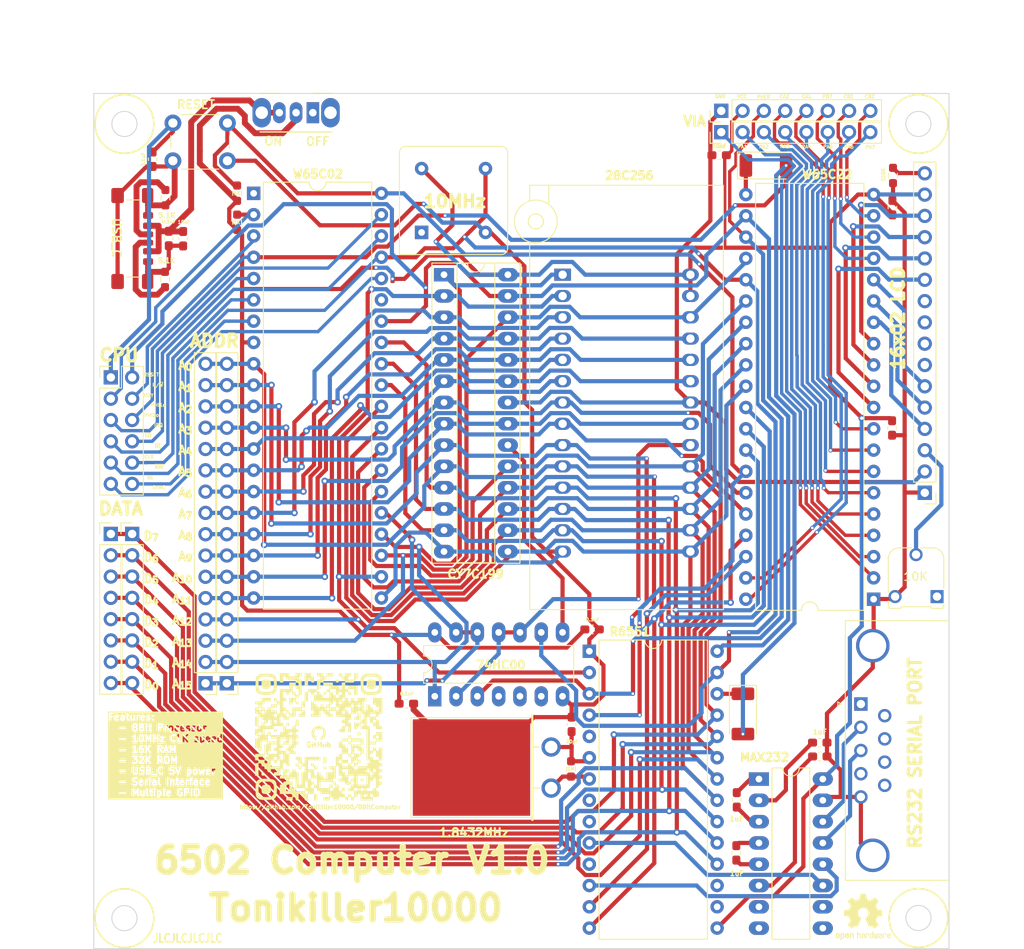
<source format=kicad_pcb>
(kicad_pcb (version 20221018) (generator pcbnew)
  (layers (0 "F.Cu" signal) (31 "B.Cu" signal) (34 "B.Paste" user) (35 "F.Paste" user) (36 "B.SilkS" user "B.Silkscreen") (37 "F.SilkS" user "F.Silkscreen") (38 "B.Mask" user) (39 "F.Mask" user) (44 "Edge.Cuts" user))
  (net 0 "")
  (net 1 "Net-(D1-K)")
  (net 2 "+5V")
  (net 3 "Net-(DS1-VO)")
  (net 4 "Net-(DS1-RS)")
  (net 5 "Net-(DS1-R{slash}W)")
  (net 6 "Net-(DS1-E)")
  (net 11 "Net-(DS1-D4)")
  (net 12 "Net-(DS1-D5)")
  (net 13 "Net-(DS1-D6)")
  (net 14 "Net-(DS1-D7)")
  (net 15 "Net-(DS1-LED(-))")
  (net 18 "/A0")
  (net 19 "/A1")
  (net 20 "/A2")
  (net 21 "/A3")
  (net 22 "/A4")
  (net 23 "/A5")
  (net 24 "/A6")
  (net 25 "/A7")
  (net 26 "/A8")
  (net 27 "/A9")
  (net 28 "/A10")
  (net 29 "/A11")
  (net 30 "/A12")
  (net 31 "/A13")
  (net 32 "/A14")
  (net 33 "/A15")
  (net 34 "/D7")
  (net 35 "/D6")
  (net 36 "/D5")
  (net 37 "/D4")
  (net 38 "/D3")
  (net 39 "/D2")
  (net 40 "/D1")
  (net 41 "/D0")
  (net 42 "R{slash}~{W}")
  (net 44 "CLK")
  (net 45 "Net-(U2-~{CS})")
  (net 46 "Net-(D2-K)")
  (net 47 "Net-(U7-XTLO)")
  (net 48 "Net-(U7-XTLI)")
  (net 50 "Net-(U3-~{CS})")
  (net 51 "Net-(U6-VS-)")
  (net 52 "Net-(U6-VS+)")
  (net 53 "Net-(U6-C2-)")
  (net 54 "Net-(U6-C2+)")
  (net 55 "Net-(U6-C1-)")
  (net 56 "Net-(U6-C1+)")
  (net 58 "Net-(U6-T1OUT)")
  (net 59 "Net-(U6-R1IN)")
  (net 69 "PHER")
  (net 70 "RESET")
  (net 71 "Net-(U1-RDY)")
  (net 72 "GND")
  (net 73 "Net-(U6-T1IN)")
  (net 74 "Net-(U6-R1OUT)")
  (net 84 "IRQ")
  (net 85 "Net-(J9-CC2)")
  (net 86 "Net-(J9-CC1)")
  (net 87 "unconnected-(U1-PHI1out-Pad3)")
  (net 88 "unconnected-(U1-~{ML}-Pad5)")
  (net 89 "unconnected-(U1-SYNC-Pad7)")
  (net 90 "unconnected-(U1-~{SO}-Pad38)")
  (net 91 "unconnected-(U1-PHI2out-Pad39)")
  (net 92 "unconnected-(U5-PA0-Pad2)")
  (net 93 "unconnected-(U5-PA1-Pad3)")
  (net 94 "unconnected-(U5-PA2-Pad4)")
  (net 95 "unconnected-(U5-PA3-Pad5)")
  (net 96 "unconnected-(U5-PA4-Pad6)")
  (net 97 "unconnected-(U5-PA5-Pad7)")
  (net 98 "unconnected-(U5-PA6-Pad8)")
  (net 99 "unconnected-(U5-PA7-Pad9)")
  (net 100 "unconnected-(U5-PB7-Pad17)")
  (net 101 "unconnected-(U5-CB1-Pad18)")
  (net 102 "unconnected-(U5-CB2-Pad19)")
  (net 103 "unconnected-(U5-CA2-Pad39)")
  (net 104 "unconnected-(U5-CA1-Pad40)")
  (footprint "Package_DIP:DIP-16_W7.62mm_LongPads" (layer "F.Cu") (at 231.09 113)
    (fp_text reference "U6" hide)
    (fp_text value "MAX232")
  )
  (footprint "Symbol:OSHW-Logo2_7.3x6mm_SilkScreen" (layer "F.Cu") (at 243.53 129.45)
    (fp_text reference "REF**" hide)
    (fp_text value "OSHW-Logo2_7.3x6mm_SilkScreen" hide)
  )
  (footprint "Resistor_SMD:R_0603_1608Metric_Pad0.98x0.95mm_HandSolder" (layer "F.Cu") (at 247.08 41.02 -90)
    (fp_text reference "R1" hide)
    (fp_text value "220R")
  )
  (footprint "Capacitor_SMD:C_0603_1608Metric_Pad1.08x0.95mm_HandSolder" (layer "F.Cu") (at 208.75 106.48 90)
    (fp_text reference "C8" hide)
    (fp_text value "20pF")
  )
  (footprint "Capacitor_SMD:C_0603_1608Metric_Pad1.08x0.95mm_HandSolder" (layer "F.Cu") (at 158.78 39.08 90)
    (fp_text reference "C7" hide)
    (fp_text value "0.1uF")
  )
  (footprint "Resistor_SMD:R_0603_1608Metric_Pad0.98x0.95mm_HandSolder" (layer "F.Cu") (at 160.31 43.665 90)
    (fp_text reference "R7" hide)
    (fp_text value "5.1K")
  )
  (footprint "Resistor_SMD:R_0603_1608Metric_Pad0.98x0.95mm_HandSolder" (layer "F.Cu") (at 160.26 53.425 -90)
    (fp_text reference "R6" hide)
    (fp_text value "5.1K")
  )
  (footprint "Crystal:Crystal_HC50_Horizontal_1EP_style1" (layer "F.Cu") (at 206.31 109.18 -90)
    (fp_text reference "Y1" hide)
    (fp_text value "1.8432MHz")
  )
  (footprint "Button_Switch_THT:SW_CuK_OS102011MA1QN1_SPDT_Angled" (layer "F.Cu") (at 177.89 33.53 180)
    (fp_text reference "SW2" hide)
    (fp_text value "SW_SPDT" hide)
  )
  (footprint "Connector_PinHeader_2.54mm:PinHeader_2x06_P2.54mm_Vertical" (layer "F.Cu") (at 153.8 65.1)
    (fp_text reference "REF**" hide)
    (fp_text value "CPU" hide)
  )
  (footprint "Package_DIP:DIP-28_W15.24mm" (layer "F.Cu") (at 210.865 97.755)
    (fp_text reference "U7" hide)
    (fp_text value "R6551")
  )
  (footprint "Socket:DIP_Socket-28_W11.9_W12.7_W15.24_W17.78_W18.5_3M_228-1277-00-0602J" (layer "F.Cu") (at 207.68 52.85)
    (fp_text reference "U2" hide)
    (fp_text value "28C256")
  )
  (footprint "Capacitor_SMD:C_0603_1608Metric_Pad1.08x0.95mm_HandSolder" (layer "F.Cu") (at 226.35 38.6 180)
    (fp_text reference "C10" hide)
    (fp_text value "0.1uF")
  )
  (footprint "Connector_PinHeader_2.54mm:PinHeader_1x08_P2.54mm_Vertical" (layer "F.Cu") (at 156.34 83.77)
    (fp_text reference "REF**" hide)
    (fp_text value "PinHeader_1x08_P2.54mm_Vertical")
  )
  (footprint "Capacitor_SMD:C_0603_1608Metric_Pad1.08x0.95mm_HandSolder" (layer "F.Cu") (at 211.19 95.16)
    (fp_text reference "C9" hide)
    (fp_text value "0.1uF")
  )
  (footprint "LOGO" (layer "F.Cu") (at 178.62 107.99)
    (fp_text reference "G***" hide)
    (fp_text value "https://github.com/Tonikiller10000/8BitComputer")
  )
  (footprint "Capacitor_SMD:C_0603_1608Metric_Pad1.08x0.95mm_HandSolder" (layer "F.Cu") (at 228.445 115.485 90)
    (fp_text reference "C6" hide)
    (fp_text value "1uF")
  )
  (footprint "Package_DIP:DIP-40_W15.24mm" (layer "F.Cu") (at 170.83 43.15)
    (fp_text reference "U1" hide)
    (fp_text value "W65C02")
  )
  (footprint "" (layer "F.Cu") (at 169.45 55.85)
    (fp_text reference "")
    (fp_text value "")
  )
  (footprint "Capacitor_SMD:C_0603_1608Metric_Pad1.08x0.95mm_HandSolder" (layer "F.Cu") (at 247.01 44.85 90)
    (fp_text reference "C1" hide)
    (fp_text value "0.1uF")
  )
  (footprint "Capacitor_SMD:C_0603_1608Metric_Pad1.08x0.95mm_HandSolder" (layer "F.Cu") (at 189.04 104.01)
    (fp_text reference "C9" hide)
    (fp_text value "0.1uF")
  )
  (footprint "Potentiometer_THT:Potentiometer_Runtron_RM-065_Vertical" (layer "F.Cu") (at 252.33 91.235 180)
    (fp_text reference "RV1" hide)
    (fp_text value "10K")
  )
  (footprint "Diode_SMD:D_MELF" (layer "F.Cu") (at 229.18 105.2325 -90)
    (fp_text reference "D2" hide)
    (fp_text value "D")
  )
  (footprint "Connector_PinHeader_2.54mm:PinHeader_1x16_P2.54mm_Vertical" (layer "F.Cu") (at 250.87 78.86 180)
    (fp_text reference "DS1" hide)
    (fp_text value "16x02 LCD")
  )
  (footprint "Capacitor_SMD:C_0603_1608Metric_Pad1.08x0.95mm_HandSolder" (layer "F.Cu") (at 238.355 110.305)
    (fp_text reference "C3" hide)
    (fp_text value "1uF" hide)
  )
  (footprint "Capacitor_SMD:C_0603_1608Metric_Pad1.08x0.95mm_HandSolder" (layer "F.Cu") (at 160.7075 48.535 -90)
    (fp_text reference "C9" hide)
    (fp_text value "0.1uF")
  )
  (footprint "Connector_PinHeader_2.54mm:PinHeader_1x16_P2.54mm_Vertical" (layer "F.Cu") (at 165.09 101.58 180)
    (fp_text reference "REF**" hide)
    (fp_text value "Conn_01x16_Pin")
  )
  (footprint "Capacitor_SMD:C_0603_1608Metric_Pad1.08x0.95mm_HandSolder" (layer "F.Cu") (at 162.42 48.56 -90)
    (fp_text reference "C9" hide)
    (fp_text value "10uF")
  )
  (footprint "Connector_PinHeader_2.54mm:PinHeader_1x08_P2.54mm_Vertical" (layer "F.Cu") (at 226.6 33.31 90)
    (fp_text reference "REF**" hide)
    (fp_text value "PinHeader_1x08_P2.54mm_Vertical")
  )
  (footprint "Resistor_SMD:R_0603_1608Metric_Pad0.98x0.95mm_HandSolder" (layer "F.Cu") (at 168.86 43.13 90)
    (fp_text reference "R2" hide)
    (fp_text value "1K")
  )
  (footprint "Connector_Dsub:DSUB-9_Female_Horizontal_P2.77x2.84mm_EdgePinOffset7.70mm_Housed_MountingHolesOffset9.12mm" (layer "F.Cu") (at 243.25 104.055 90)
    (fp_text reference "J1" hide)
    (fp_text value "DE9")
  )
  (footprint "Connector_PinHeader_2.54mm:PinHeader_1x16_P2.54mm_Vertical" (layer "F.Cu") (at 167.63 101.58 180)
    (fp_text reference "J3" hide)
    (fp_text value "Conn_01x16_Pin")
  )
  (footprint "Capacitor_SMD:C_0603_1608Metric_Pad1.08x0.95mm_HandSolder" (layer "F.Cu") (at 238.345 108.655)
    (fp_text reference "C4" hide)
    (fp_text value "1uF")
  )
  (footprint "" (layer "F.Cu") (at 187.4 53.35)
    (fp_text reference "")
    (fp_text value "")
  )
  (footprint "Connector_PinHeader_2.54mm:PinHeader_1x08_P2.54mm_Vertical" (layer "F.Cu") (at 153.8 83.77)
    (fp_text reference "REF**" hide)
    (fp_text value "PinHeader_1x08_P2.54mm_Vertical")
  )
  (footprint "Resistor_SMD:R_0603_1608Metric_Pad0.98x0.95mm_HandSolder" (layer "F.Cu") (at 208.68 111.7925 -90)
    (fp_text reference "R4" hide)
    (fp_text value "1M")
  )
  (footprint "Resistor_SMD:R_0603_1608Metric_Pad0.98x0.95mm_HandSolder" (layer "F.Cu") (at 168.86 46.6 90)
    (fp_text reference "R3" hide)
    (fp_text value "1K")
  )
  (footprint "Capacitor_SMD:C_0603_1608Metric_Pad1.08x0.95mm_HandSolder" (layer "F.Cu") (at 228.395 121.805 90)
    (fp_text reference "C5" hide)
    (fp_text value "1uF")
  )
  (footprint "Button_Switch_THT:SW_PUSH_6mm" (layer "F.Cu") (at 167.7 39.26 180)
    (fp_text reference "SW1" hide)
    (fp_text value "RESET")
  )
  (footprint "Package_DIP:DIP-14_W7.62mm_LongPads" (layer "F.Cu") (at 192.43 103.13 90)
    (fp_text reference "U4" hide)
    (fp_text value "74HC00")
  )
  (footprint "Diode_SMD:D_MELF" (layer "F.Cu") (at 231.9325 39.83)
    (fp_text reference "D1" hide)
    (fp_text value "D")
  )
  (footprint "Capacitor_SMD:C_0603_1608Metric_Pad1.08x0.95mm_HandSolder" (layer "F.Cu") (at 246.97 71.13 90)
    (fp_text reference "C2" hide)
    (fp_text value "0.1uF")
  )
  (footprint "Package_DIP:DIP-28_W7.62mm_Socket_LongPads" (layer "F.Cu") (at 193.53 52.85)
    (fp_text reference "U3" hide)
    (fp_text value "CY7C199")
  )
  (footprint "Connector_USB:USB_C_Receptacle_GCT_USB4135-GF-A_6P_TopMnt_Horizontal" (layer "F.Cu") (at 155.2075 48.535 -90)
    (fp_text reference "J9" hide)
    (fp_text value "USB_C")
  )
  (footprint "Oscillator:Oscillator_DIP-8" (layer "F.Cu") (at 190.86 47.81)
    (fp_text reference "X1" hide)
    (fp_text value "10MHz")
  )
  (footprint "Connector_PinHeader_2.54mm:PinHeader_1x08_P2.54mm_Vertical" (layer "F.Cu") (at 226.6 35.85 90)
    (fp_text reference "REF**" hide)
    (fp_text value "PinHeader_1x08_P2.54mm_Vertical")
  )
  (footprint "Package_DIP:DIP-40_W15.24mm" (layer "F.Cu") (at 244.77 91.55 180)
    (fp_text reference "U5" hide)
    (fp_text value "W65C22")
  )
  (gr_circle (center 250.12 129.57) (end 253.62 129.57) (stroke (width 0.2)) (fill none) (layer "F.SilkS"))
  (gr_circle (center 155.42 34.87) (end 158.92 34.87) (stroke (width 0.2)) (fill none) (layer "F.SilkS"))
  (gr_circle (center 155.42 129.59) (end 158.92 129.59) (stroke (width 0.2)) (fill none) (layer "F.SilkS"))
  (gr_circle (center 250.11 34.87) (end 253.61 34.87) (stroke (width 0.2)) (fill none) (layer "F.SilkS"))
  (gr_circle (center 250.12 129.57) (end 251.62 129.57) (stroke (width 0.1)) (fill none) (layer "Edge.Cuts"))
  (gr_circle (center 250.11 34.87) (end 251.61 34.87) (stroke (width 0.1)) (fill none) (layer "Edge.Cuts"))
  (gr_rect (start 151.76 31.23) (end 253.76 133.23) (stroke (width 0.1)) (fill none) (layer "Edge.Cuts"))
  (gr_circle (center 155.42 129.59) (end 156.92 129.59) (stroke (width 0.1)) (fill none) (layer "Edge.Cuts"))
  (gr_circle (center 155.42 34.87) (end 156.92 34.87) (stroke (width 0.1)) (fill none) (layer "Edge.Cuts"))
  (gr_text "DATA\n" (at 157.84 80.77) (layer "F.SilkS") (effects (font (size 1.5 1.5) (thickness 0.375) bold) (justify right)))
  (gr_text "PHI1o\n" (at 160.4 68.4) (layer "F.SilkS") (effects (font (size 0.4 0.4) (thickness 0.1) bold) (justify right)))
  (gr_text "OFF\n" (at 176.96 37.54) (layer "F.SilkS") (effects (font (size 1 1) (thickness 0.2) bold) (justify left bottom)))
  (gr_text "PHER" (at 232.5 31.65) (layer "F.SilkS") (effects (font (size 0.4 0.4) (thickness 0.1) bold) (justify right)))
  (gr_text "CB1" (at 242.45 31.6) (layer "F.SilkS") (effects (font (size 0.4 0.4) (thickness 0.1) bold) (justify right)))
  (gr_text "D_{0}\n" (at 159.65 101.75) (layer "F.SilkS") (effects (font (size 1 1) (thickness 0.25) bold) (justify right)))
  (gr_text "D_{5}\n" (at 159.65 89.071428) (layer "F.SilkS") (effects (font (size 1 1) (thickness 0.25) bold) (justify right)))
  (gr_text "A_{5}\n" (at 163.65 76.316665) (layer "F.SilkS") (effects (font (size 1 1) (thickness 0.25) bold) (justify right)))
  (gr_text "RS232 SERIAL PORT" (at 250.59 109.89 90) (layer "F.SilkS") (effects (font (size 1.5 1.5) (thickness 0.375) bold) (justify bottom)))
  (gr_text "SYNC" (at 160.35 78.222728) (layer "F.SilkS") (effects (font (size 0.4 0.4) (thickness 0.1) bold) (justify right)))
  (gr_text "PA6" (at 242.45 37.6) (layer "F.SilkS") (effects (font (size 0.4 0.4) (thickness 0.1) bold) (justify right)))
  (gr_text "PB7\n" (at 239.9 31.6) (layer "F.SilkS") (effects (font (size 0.4 0.4) (thickness 0.1) bold) (justify right)))
  (gr_text "VCC" (at 229.7 31.6) (layer "F.SilkS") (effects (font (size 0.4 0.4) (thickness 0.1) bold) (justify right)))
  (gr_text "A_{3}\n" (at 163.65 71.249999) (layer "F.SilkS") (effects (font (size 1 1) (thickness 0.25) bold) (justify right)))
  (gr_text "A_{1}\n" (at 163.65 66.183333) (layer "F.SilkS") (effects (font (size 1 1) (thickness 0.25) bold) (justify right)))
  (gr_text "CA2" (at 234.75 31.6) (layer "F.SilkS") (effects (font (size 0.4 0.4) (thickness 0.1) bold) (justify right)))
  (gr_text "RESET" (at 159.6 64.772728) (layer "F.SilkS") (effects (font (size 0.4 0.4) (thickness 0.1) bold) (justify right)))
  (gr_text "A_{4}\n" (at 163.65 73.783332) (layer "F.SilkS") (effects (font (size 1 1) (thickness 0.25) bold) (justify right)))
  (gr_text "PA3" (at 234.8 37.55) (layer "F.SilkS") (effects (font (size 0.4 0.4) (thickness 0.1) bold) (justify right)))
  (gr_text "CLK\n" (at 159 74.56515) (layer "F.SilkS") (effects (font (size 0.4 0.4) (thickness 0.1) bold) (justify right)))
  (gr_text "IRQ\n" (at 160.05 70.790909) (layer "F.SilkS") (effects (font (size 0.4 0.4) (thickness 0.1) bold) (justify right)))
  (gr_text "A_{14}\n" (at 163.65 99.116662) (layer "F.SilkS") (effects (font (size 1 1) (thickness 0.25) bold) (justify right)))
  (gr_text "A_{10}\n" (at 163.65 88.98333) (layer "F.SilkS") (effects (font (size 1 1) (thickness 0.25) bold) (justify right)))
  (gr_text "CA1" (at 237.4 31.6) (layer "F.SilkS") (effects (font (size 0.4 0.4) (thickness 0.1) bold) (justify right)))
  (gr_text " JLCJLCJLCJLC" (at 162.66 131.99) (layer "F.SilkS") (effects (font (size 1 0.8) (thickness 0.2))))
  (gr_text "ADDR\n" (at 169.3 60.75) (layer "F.SilkS") (effects (font (size 1.5 1.5) (thickness 0.375) bold) (justify right)))
  (gr_text "6502 Computer V1.0\n" (at 158.55 124.45) (layer "F.SilkS") (effects (font (size 3 3) (thickness 0.75) bold) (justify left bottom)))
  (gr_text "A_{11}\n" (at 163.65 91.516663) (layer "F.SilkS") (effects (font (size 1 1) (thickness 0.25) bold) (justify right)))
  (gr_text "PA7" (at 245 37.65) (layer "F.SilkS") (effects (font (size 0.4 0.4) (thickness 0.1) bold) (justify right)))
  (gr_text "A_{15}\n" (at 163.65 101.65) (layer "F.SilkS") (effects (font (size 1 1) (thickness 0.25) bold) (justify right)))
  (gr_text "PA5" (at 239.95 37.6) (layer "F.SilkS") (effects (font (size 0.4 0.4) (thickness 0.1) bold) (justify right)))
  (gr_text "~{SO}" (at 158.7 72.05) (layer "F.SilkS") (effects (font (size 0.4 0.4) (thickness 0.1) bold) (justify right)))
  (gr_text "GND" (at 227.15 31.6) (layer "F.SilkS") (effects (font (size 0.4 0.4) (thickness 0.1) bold) (justify right)))
  (gr_text "A_{8}\n" (at 163.65 83.916664) (layer "F.SilkS") (effects (font (size 1 1) (thickness 0.25) bold) (justify right)))
  (gr_text "D_{6}\n" (at 159.65 86.535714) (layer "F.SilkS") (effects (font (size 1 1) (thickness 0.25) bold) (justify right)))
  (gr_text "PA4" (at 237.4 37.6) (layer "F.SilkS") (effects (font (size 0.4 0.4) (thickness 0.1) bold) (justify right)))
  (gr_text "D_{1}\n" (at 159.65 99.214284) (layer "F.SilkS") (effects (font (size 1 1) (thickness 0.25) bold) (justify right)))
  (gr_text "A_{0}\n" (at 163.65 63.65) (layer "F.SilkS") (effects (font (size 1 1) (thickness 0.25) bold) (justify right)))
  (gr_text "R/~{W}" (at 160.1 66.011364) (layer "F.SilkS") (effects (font (size 0.4 0.4) (thickness 0.1) bold) (justify right)))
  (gr_text "~{ML}" (at 159.9 73.35) (layer "F.SilkS") (effects (font (size 0.4 0.4) (thickness 0.1) bold) (justify right)))
  (gr_text "Tonikiller10000" (at 165.1 130.15) (layer "F.SilkS") (effects (font (size 3 3) (thickness 0.75) bold) (justify left bottom)))
  (gr_text "D_{4}\n" (at 159.65 91.607142) (layer "F.SilkS") (effects (font (size 1 1) (thickness 0.25) bold) (justify right)))
  (gr_text "ON" (at 171.99 37.51) (layer "F.SilkS") (effects (font (size 1 1) (thickness 0.2) bold) (justify left bottom)))
  (gr_text "A_{6}\n" (at 163.65 78.849998) (layer "F.SilkS") (effects (font (size 1 1) (thickness 0.25) bold) (justify right)))
  (gr_text "VIA" (at 223.41 34.54) (layer "F.SilkS") (effects (font (size 1.2 1.2) (thickness 0.3) bold)))
  (gr_text "A_{2}\n" (at 163.65 68.716666) (layer "F.SilkS") (effects (font (size 1 1) (thickness 0.25) bold) (justify right)))
  (gr_text "D_{7}\n" (at 159.65 84) (layer "F.SilkS") (effects (font (size 1 1) (thickness 0.25) bold) (justify right)))
  (gr_text "CPU\n" (at 157.3 62.45) (layer "F.SilkS") (effects (font (size 1.5 1.5) (thickness 0.375) bold) (justify right)))
  (gr_text "Features:\n  - 8Bit Processor\n  - 10MHz CLK speed\n  - 16K RAM\n  - 32K ROM\n  - USB_C 5V power\n  - Serial Interface\n  - Multiple GPIO\n" (at 153.35 110.1) (layer "F.SilkS" knockout) (effects (font (size 0.8 0.8) (thickness 0.2) bold) (justify left)))
  (gr_text "CB2" (at 244.95 31.6) (layer "F.SilkS") (effects (font (size 0.4 0.4) (thickness 0.1) bold) (justify right)))
  (gr_text "RDY" (at 158.95 67.25) (layer "F.SilkS") (effects (font (size 0.4 0.4) (thickness 0.1) bold) (justify right)))
  (gr_text "PA0" (at 227.15 37.55) (layer "F.SilkS") (effects (font (size 0.4 0.4) (thickness 0.1) bold) (justify right)))
  (gr_text "A_{13}\n" (at 163.65 96.583329) (layer "F.SilkS") (effects (font (size 1 1) (thickness 0.25) bold) (justify right)))
  (gr_text "A_{12}\n" (at 163.65 94.049996) (layer "F.SilkS") (effects (font (size 1 1) (thickness 0.25) bold) (justify right)))
  (gr_text "PA1" (at 229.75 37.6) (layer "F.SilkS") (effects (font (size 0.4 0.4) (thickness 0.1) bold) (justify right)))
  (gr_text "~{NMI}" (at 160.15 75.803786) (layer "F.SilkS") (effects (font (size 0.4 0.4) (thickness 0.1) bold) (justify right)))
  (gr_text "PA2" (at 232.3 37.6) (layer "F.SilkS") (effects (font (size 0.4 0.4) (thickness 0.1) bold) (justify right)))
  (gr_text "D_{3}\n" (at 159.65 94.142856) (layer "F.SilkS") (effects (font (size 1 1) (thickness 0.25) bold) (justify right)))
  (gr_text "D_{2}\n" (at 159.65 96.67857) (layer "F.SilkS") (effects (font (size 1 1) (thickness 0.25) bold) (justify right)))
  (gr_text "A_{7}\n" (at 163.65 81.383331) (layer "F.SilkS") (effects (font (size 1 1) (thickness 0.25) bold) (justify right)))
  (gr_text "BE" (at 158.95 77.042422) (layer "F.SilkS") (effects (font (size 0.4 0.4) (thickness 0.1) bold) (justify right)))
  (gr_text "PHI2o" (at 159.6 69.6) (layer "F.SilkS") (effects (font (size 0.4 0.4) (thickness 0.1) bold) (justify right)))
  (gr_text "A_{9}\n" (at 163.65 86.449997) (layer "F.SilkS") (effects (font (size 1 1) (thickness 0.25) bold) (justify right)))
  (segment (start 229.53 43.29) (end 229.53 39.8325) (width 0.5) (layer "F.Cu") (net 1))
  (segment (start 229.53 39.8325) (end 229.5325 39.83) (width 0.5) (layer "F.Cu") (net 1))
  (segment (start 188.1775 96.7175) (end 188.1775 104.01) (width 0.5) (layer "F.Cu") (net 2))
  (segment (start 169.45 92.28) (end 170.08 92.91) (width 0.5) (layer "F.Cu") (net 2))
  (segment (start 164.41 35.06) (end 164.41 38.09) (width 0.7) (layer "F.Cu") (net 2))
  (segment (start 239.57 49.59) (end 239.57 46.63) (width 0.5) (layer "F.Cu") (net 2))
  (segment (start 223.49 49.63) (end 239.53 49.63) (width 0.5) (layer "F.Cu") (net 2))
  (segment (start 229.89 126.99) (end 226.105 130.775) (width 0.5) (layer "F.Cu") (net 2))
  (segment (start 242.91 43.29) (end 244.77 43.29) (width 0.5) (layer "F.Cu") (net 2))
  (segment (start 170.83 60.93) (end 169.48 60.93) (width 0.5) (layer "F.Cu") (net 2))
  (segment (start 239.57 46.63) (end 242.91 43.29) (width 0.5) (layer "F.Cu") (net 2))
  (segment (start 187.27 95.81) (end 188.1775 96.7175) (width 0.5) (layer "F.Cu") (net 2))
  (segment (start 194.24 97.32) (end 192.43 95.51) (width 0.5) (layer "F.Cu") (net 2))
  (segment (start 169.45 53.95) (end 169.45 54.55) (width 0.5) (layer "F.Cu") (net 2))
  (segment (start 169.78 33.9) (end 169.19 33.31) (width 0.7) (layer "F.Cu") (net 2))
  (segment (start 169.78 34.77) (end 169.78 33.9) (width 0.7) (layer "F.Cu") (net 2))
  (segment (start 222.92 50.2) (end 223.49 49.63) (width 0.5) (layer "F.Cu") (net 2))
  (segment (start 159.7575 47.6725) (end 160.7075 47.6725) (width 0.7) (layer "F.Cu") (net 2))
  (segment (start 171.79 33.53) (end 173.89 33.53) (width 0.7) (layer "F.Cu") (net 2))
  (segment (start 159.5 49.265) (end 159.5 47.415) (width 0.7) (layer "F.Cu") (net 2))
  (segment (start 238.71 113) (end 236.39 115.32) (width 0.5) (layer "F.Cu") (net 2))
  (segment (start 227.01 38.897592) (end 227.01 49.62) (width 0.4) (layer "F.Cu") (net 2))
  (segment (start 232.83 126.99) (end 229.89 126.99) (width 0.5) (layer "F.Cu") (net 2))
  (segment (start 169.48 60.93) (end 169.45 60.9) (width 0.5) (layer "F.Cu") (net 2))
  (segment (start 166.41 33.06) (end 165.57 33.9) (width 0.7) (layer "F.Cu") (net 2))
  (segment (start 187.4 53.35) (end 188.81 53.35) (width 0.5) (layer "F.Cu") (net 2))
  (segment (start 174.29 35.98) (end 171.61 35.98) (width 0.7) (layer "F.Cu") (net 2))
  (segment (start 163.38 34.64) (end 165.95 32.07) (width 0.7) (layer "F.Cu") (net 2))
  (segment (start 168.94 33.06) (end 167.23 33.06) (width 0.7) (layer "F.Cu") (net 2))
  (segment (start 222.92 52.85) (end 222.92 50.2) (width 0.5) (layer "F.Cu") (net 2))
  (segment (start 185.43 52.02) (end 183.78 52.02) (width 0.5) (layer "F.Cu") (net 2))
  (segment (start 210.3275 95.16) (end 208.1675 97.32) (width 0.5) (layer "F.Cu") (net 2))
  (segment (start 170.99 35.98) (end 169.78 34.77) (width 0.7) (layer "F.Cu") (net 2))
  (segment (start 194.54 46.93) (end 194.54 43.87) (width 0.5) (layer "F.Cu") (net 2))
  (segment (start 159.5 47.415) (end 159.5 47.015) (width 0.7) (layer "F.Cu") (net 2))
  (segment (start 236.39 123.43) (end 232.83 126.99) (width 0.5) (layer "F.Cu") (net 2))
  (segment (start 165.57 33.9) (end 164.41 35.06) (width 0.7) (layer "F.Cu") (net 2))
  (segment (start 243.355 69.96) (end 246.6625 69.96) (width 0.5) (layer "F.Cu") (net 2))
  (segment (start 194.54 43.87) (end 190.86 40.19) (width 0.5) (layer "F.Cu") (net 2))
  (segment (start 247.01 45.53) (end 247.01 45.7125) (width 0.5) (layer "F.Cu") (net 2))
  (segment (start 239.57 66.14) (end 239.57 49.59) (width 0.5) (layer "F.Cu") (net 2))
  (segment (start 191.59 50.57) (end 195.45 50.57) (width 0.5) (layer "F.Cu") (net 2))
  (segment (start 246.6625 69.96) (end 246.97 70.2675) (width 0.5) (layer "F.Cu") (net 2))
  (segment (start 171.61 35.98) (end 170.99 35.98) (width 0.7) (layer "F.Cu") (net 2))
  (segment (start 243.355 69.925) (end 239.57 66.14) (width 0.5) (layer "F.Cu") (net 2))
  (segment (start 194.36 97.32) (end 194.24 97.32) (width 0.5) (layer "F.Cu") (net 2))
  (segment (start 168.86 47.5125) (end 169.45 48.1025) (width 0.5) (layer "F.Cu") (net 2))
  (segment (start 159.5 47.415) (end 159.7575 47.6725) (width 0.7) (layer "F.Cu") (net 2))
  (segment (start 227.85 38.057592) (end 227.01 38.897592) (width 0.4) (layer "F.Cu") (net 2))
  (segment (start 170.33 32.07) (end 171.79 33.53) (width 0.7) (layer "F.Cu") (net 2))
  (segment (start 227.85 34.6) (end 227.85 38.057592) (width 0.4) (layer "F.Cu") (net 2))
  (segment (start 168.86 47.5125) (end 167.92 46.5725) (width 0.5) (layer "F.Cu") (net 2))
  (segment (start 169.45 54.55) (end 169.45 60.9) (width 0.5) (layer "F.Cu") (net 2))
  (segment (start 167.92 46.5725) (end 167.92 44.9825) (width 0.5) (layer "F.Cu") (net 2))
  (segment (start 167.92 44.9825) (end 168.86 44.0425) (width 0.5) (layer "F.Cu") (net 2))
  (segment (start 181.24 54.56) (end 169.46 54.56) (width 0.5) (layer "F.Cu") (net 2))
  (segment (start 181.05 92.91) (end 183.95 95.81) (width 0.5) (layer "F.Cu") (net 2))
  (segment (start 164.41 39.5925) (end 168.86 44.0425) (width 0.7) (layer "F.Cu") (net 2))
  (segment (start 159.5 47.015) (end 158.24 47.015) (width 0.7) (layer "F.Cu") (net 2))
  (segment (start 169.46 54.56) (end 169.45 54.55) (width 0.5) (layer "F.Cu") (net 2))
  (segment (start 192.56 48.91) (end 194.54 46.93) (width 0.5) (layer "F.Cu") (net 2))
  (segment (start 160.7075 47.6725) (end 163.38 45) (width 0.7) (layer "F.Cu") (net 2))
  (segment (start 188.81 53.35) (end 191.59 50.57) (width 0.5) (layer "F.Cu") (net 2))
  (segment (start 175.89 34.38) (end 174.71 35.56) (width 0.7) (layer "F.Cu") (net 2))
  (segment (start 167.23 33.06) (end 166.41 33.06) (width 0.7) (layer "F.Cu") (net 2))
  (segment (start 169.45 48.1025) (end 169.45 53.95) (width 0.5) (layer "F.Cu") (net 2))
  (segment (start 169.19 33.31) (end 168.94 33.06) (width 0.7) (layer "F.Cu") (net 2))
  (segment (start 163.38 45) (end 163.38 34.64) (width 0.7) (layer "F.Cu") (net 2))
  (segment (start 170.83 60.93) (end 170.8 60.9) (width 0.5) (layer "F.Cu") (net 2))
  (segment (start 164.41 38.09) (end 164.41 39.5925) (width 0.7) (layer "F.Cu") (net 2))
  (segment (start 243.355 69.96) (end 243.355 69.925) (width 0.5) (layer "F.Cu") (net 2))
  (segment (start 160.7075 47.6725) (end 160.7325 47.6975) (width 0.7) (layer "F.Cu") (net 2))
  (segment (start 229.14 33.31) (end 227.85 34.6) (width 0.4) (layer "F.Cu") (net 2))
  (segment (start 239.53 49.63) (end 239.57 49.59) (width 0.5) (layer "F.Cu") (net 2))
  (segment (start 169.45 60.9) (end 169.45 92.28) (width 0.5) (layer "F.Cu") (net 2))
  (segment (start 170.08 92.91) (end 181.05 92.91) (width 0.5) (layer "F.Cu") (net 2))
  (segment (start 183.95 95.81) (end 187.27 95.81) (width 0.5) (layer "F.Cu") (net 2))
  (segment (start 165.95 32.07) (end 170.33 32.07) (width 0.7) (layer "F.Cu") (net 2))
  (segment (start 227.01 49.62) (end 227 49.63) (width 0.4) (layer "F.Cu") (net 2))
  (segment (start 174.71 35.56) (end 174.29 35.98) (width 0.7) (layer "F.Cu") (net 2))
  (segment (start 244.77 43.29) (end 247.01 45.53) (width 0.5) (layer "F.Cu") (net 2))
  (segment (start 160.7325 47.6975) (end 162.42 47.6975) (width 0.7) (layer "F.Cu") (net 2))
  (segment (start 208.1675 97.32) (end 194.36 97.32) (width 0.5) (layer "F.Cu") (net 2))
  (segment (start 183.78 52.02) (end 181.24 54.56) (width 0.5) (layer "F.Cu") (net 2))
  (segment (start 195.45 50.57) (end 197.73 52.85) (width 0.5) (layer "F.Cu") (net 2))
  (segment (start 197.73 52.85) (end 201.15 52.85) (width 0.5) (layer "F.Cu") (net 2))
  (segment (start 236.39 115.32) (end 236.39 123.43) (width 0.5) (layer "F.Cu") (net 2))
  (segment (start 175.89 33.53) (end 175.89 34.38) (width 0.7) (layer "F.Cu") (net 2))
  (segment (start 159.5 50.055) (end 159.5 49.265) (width 0.7) (layer "F.Cu") (net 2))
  (segment (start 222.92 52.85) (end 222.92 55.39) (width 0.5) (layer "F.Cu") (net 2))
  (segment (start 158.24 50.055) (end 159.5 50.055) (width 0.7) (layer "F.Cu") (net 2))
  (via (at 192.56 48.91) (size 0.5) (drill 0.3) (layers "F.Cu" "B.Cu") (net 2))
  (via (at 185.43 52.02) (size 0.5) (drill 0.3) (layers "F.Cu" "B.Cu") (net 2))
  (via (at 187.4 53.35) (size 0.5) (drill 0.3) (layers "F.Cu" "B.Cu") (net 2))
  (via (at 243.355 69.96) (size 0.8) (drill 0.4) (layers "F.Cu" "B.Cu") (net 2))
  (via (at 187.27 95.81) (size 0.5) (drill 0.3) (layers "F.Cu" "B.Cu") (net 2))
  (segment (start 243.355 69.96) (end 243.355 77.6) (width 0.5) (layer "B.Cu") (net 2))
  (segment (start 204.9 52.85) (end 206.42 51.33) (width 0.5) (layer "B.Cu") (net 2))
  (segment (start 161.2 62.801472) (end 161.2 63.1) (width 0.4) (layer "B.Cu") (net 2))
  (segment (start 160.1 75.25) (end 158.05 75.25) (width 0.4) (layer "B.Cu") (net 2))
  (segment (start 186.72 52.02) (end 185.43 52.02) (width 0.5) (layer "B.Cu") (net 2))
  (segment (start 170.83 55.85) (end 168.151472 55.85) (width 0.4) (layer "B.Cu") (net 2))
  (segment (start 192.56 48.94) (end 196.47 52.85) (width 0.5) (layer "B.Cu") (net 2))
  (segment (start 250.86 76.3) (end 249.56 77.6) (width 0.5) (layer "B.Cu") (net 2))
  (segment (start 192.56 48.91) (end 192.56 48.94) (width 0.5) (layer "B.Cu") (net 2))
  (segment (start 196.47 52.85) (end 201.15 52.85) (width 0.5) (layer "B.Cu") (net 2))
  (segment (start 243.355 94.745) (end 241.94 96.16) (width 0.5) (layer "B.Cu") (net 2))
  (segment (start 153.8 77.8) (end 155.095344 79.095344) (width 0.4) (layer "B.Cu") (net 2))
  (segment (start 163 63.7) (end 167.06 59.64) (width 0.4) (layer "B.Cu") (net 2))
  (segment (start 240.41 107.84) (end 240.41 111.3) (width 0.5) (layer "B.Cu") (net 2))
  (segment (start 163 76.7) (end 163 63.7) (width 0.4) (layer "B.Cu") (net 2))
  (segment (start 250.86 76.29) (end 250.86 76.3) (width 0.5) (layer "B.Cu") (net 2))
  (segment (start 241.94 106.31) (end 240.41 107.84) (width 0.5) (layer "B.Cu") (net 2))
  (segment (start 210.37 52.85) (end 222.92 52.85) (width 0.5) (layer "B.Cu") (net 2))
  (segment (start 160.604656 79.095344) (end 163 76.7) (width 0.4) (layer "B.Cu") (net 2))
  (segment (start 161.2 74.15) (end 160.1 75.25) (width 0.4) (layer "B.Cu") (net 2))
  (segment (start 167.06 59.64) (end 168.3 59.64) (width 0.4) (layer "B.Cu") (net 2))
  (segment (start 249.56 77.6) (end 243.355 77.6) (width 0.5) (layer "B.Cu") (net 2))
  (segment (start 158.04 75.26) (end 156.34 75.26) (width 0.4) (layer "B.Cu") (net 2))
  (segment (start 155.095344 79.095344) (end 160.604656 79.095344) (width 0.4) (layer "B.Cu") (net 2))
  (segment (start 208.85 51.33) (end 210.37 52.85) (width 0.5) (layer "B.Cu") (net 2))
  (segment (start 192.13 95.81) (end 192.43 95.51) (width 0.5) (layer "B.Cu") (net 2))
  (segment (start 250.85 43.28) (end 250.86 43.27) (width 0.5) (layer "B.Cu") (net 2))
  (segment (start 241.94 96.16) (end 241.94 106.31) (width 0.5) (layer "B.Cu") (net 2))
  (segment (start 206.42 51.33) (end 208.85 51.33) (width 0.5) (layer "B.Cu") (net 2))
  (segment (start 201.15 52.85) (end 204.9 52.85) (width 0.5) (layer "B.Cu") (net 2))
  (segment (start 243.355 77.6) (end 243.355 94.745) (width 0.5) (layer "B.Cu") (net 2))
  (segment (start 245.57 43.28) (end 250.85 43.28) (width 0.5) (layer "B.Cu") (net 2))
  (segment (start 168.151472 55.85) (end 161.2 62.801472) (width 0.4) (layer "B.Cu") (net 2))
  (segment (start 161.2 63.1) (end 161.2 74.15) (width 0.4) (layer "B.Cu") (net 2))
  (segment (start 240.41 111.3) (end 238.71 113) (width 0.5) (layer "B.Cu") (net 2))
  (segment (start 186.07 53.31) (end 184.84 53.31) (width 0.4) (layer "B.Cu") (net 2))
  (segment (start 184.84 53.31) (end 178.51 59.64) (width 0.4) (layer "B.Cu") (net 2))
  (segment (start 178.51 59.64) (end 168.3 59.64) (width 0.4) (layer "B.Cu") (net 2))
  (segment (start 158.05 75.25) (end 158.04 75.26) (width 0.4) (layer "B.Cu") (net 2))
  (segment (start 187.4 52.7) (end 186.72 52.02) (width 0.5) (layer "B.Cu") (net 2))
  (segment (start 187.27 95.81) (end 192.13 95.81) (width 0.5) (layer "B.Cu") (net 2))
  (segment (start 187.4 53.35) (end 187.4 52.7) (width 0.5) (layer "B.Cu") (net 2))
  (segment (start 252.85 80.28) (end 249.83 83.3) (width 0.5) (layer "B.Cu") (net 3))
  (segment (start 250.86 73.75) (end 252.85 75.74) (width 0.5) (layer "B.Cu") (net 3))
  (segment (start 252.85 75.74) (end 252.85 80.28) (width 0.5) (layer "B.Cu") (net 3))
  (segment (start 249.83 83.3) (end 249.83 86.235) (width 0.5) (layer "B.Cu") (net 3))
  (segment (start 250.85 71.21) (end 250.86 71.21) (width 0.5) (layer "B.Cu") (net 4))
  (segment (start 246.87 67.23) (end 250.85 71.21) (width 0.5) (layer "B.Cu") (net 4))
  (segment (start 244.77 58.53) (end 245.58 58.53) (width 0.5) (layer "B.Cu") (net 4))
  (segment (start 246.87 59.82) (end 246.87 67.23) (width 0.5) (layer "B.Cu") (net 4))
  (segment (start 245.58 58.53) (end 246.87 59.82) (width 0.5) (layer "B.Cu") (net 4))
  (segment (start 247.61 65.42) (end 250.86 68.67) (width 0.5) (layer "B.Cu") (net 5))
  (segment (start 247.61 58.83) (end 247.61 65.42) (width 0.5) (layer "B.Cu") (net 5))
  (segment (start 244.77 55.99) (end 247.61 58.83) (width 0.5) (layer "B.Cu") (net 5))
  (segment (start 244.77 53.45) (end 248.4 57.08) (width 0.5) (layer "B.Cu") (net 6))
  (segment (start 248.4 57.08) (end 248.4 63.67) (width 0.5) (layer "B.Cu") (net 6))
  (segment (start 248.4 63.67) (end 250.86 66.13) (width 0.5) (layer "B.Cu") (net 6))
  (segment (start 240.58 52.17) (end 240.58 64.5) (width 0.5) (layer "F.Cu") (net 11))
  (segment (start 240.58 64.5) (end 244.77 68.69) (width 0.5) (layer "F.Cu") (net 11))
  (segment (start 240.59 52.16) (end 240.58 52.17) (width 0.5) (layer "F.Cu") (net 11))
  (via (at 240.59 52.16) (size 0.8) (drill 0.4) (layers "F.Cu" "B.Cu") (net 11))
  (segment (start 250.85 53.44) (end 250.86 53.43) (width 0.5) (layer "B.Cu") (net 11))
  (segment (start 245.32 52.16) (end 246.6 53.44) (width 0.5) (layer "B.Cu") (net 11))
  (segment (start 246.6 53.44) (end 250.85 53.44) (width 0.5) (layer "B.Cu") (net 11))
  (segment (start 240.59 52.16) (end 245.32 52.16) (width 0.5) (layer "B.Cu") (net 11))
  (segment (start 241.44 49.67) (end 241.44 62.82) (width 0.5) (layer "F.Cu") (net 12))
  (segment (start 241.42 49.65) (end 241.44 49.67) (width 0.5) (layer "F.Cu") (net 12))
  (segment (start 241.44 62.82) (end 244.77 66.15) (width 0.5) (layer "F.Cu") (net 12))
  (via (at 241.42 49.65) (size 0.8) (drill 0.4) (layers "F.Cu" "B.Cu") (net 12))
  (segment (start 245.36 49.65) (end 246.61 50.9) (width 0.5) (layer "B.Cu") (net 12))
  (segment (start 246.61 50.9) (end 250.85 50.9) (width 0.5) (layer "B.Cu") (net 12))
  (segment (start 241.42 49.65) (end 245.36 49.65) (width 0.5) (layer "B.Cu") (net 12))
  (segment (start 250.85 50.9) (end 250.86 50.89) (width 0.5) (layer "B.Cu") (net 12))
  (segment (start 242.34 47.1) (end 242.36 47.12) (width 0.5) (layer "F.Cu") (net 13))
  (segment (start 242.36 47.12) (end 242.36 61.2) (width 0.5) (layer "F.Cu") (net 13))
  (segment (start 242.36 61.2) (end 244.77 63.61) (width 0.5) (layer "F.Cu") (net 13))
  (via (at 242.34 47.1) (size 0.8) (drill 0.4) (layers "F.Cu" "B.Cu") (net 13))
  (segment (start 246.61 48.36) (end 250.85 48.36) (width 0.5) (layer "B.Cu") (net 13))
  (segment (start 245.35 47.1) (end 246.61 48.36) (width 0.5) (layer "B.Cu") (net 13))
  (segment (start 250.85 48.36) (end 250.86 48.35) (width 0.5) (layer "B.Cu") (net 13))
  (segment (start 242.34 47.1) (end 245.35 47.1) (width 0.5) (layer "B.Cu") (net 13))
  (segment (start 243.29 44.55) (end 243.29 59.59) (width 0.5) (layer "F.Cu") (net 14))
  (segment (start 243.29 59.59) (end 244.77 61.07) (width 0.5) (layer "F.Cu") (net 14))
  (via (at 243.29 44.55) (size 0.8) (drill 0.4) (layers "F.Cu" "B.Cu") (net 14))
  (segment (start 245.31 44.55) (end 246.57 45.81) (width 0.5) (layer "B.Cu") (net 14))
  (segment (start 246.57 45.81) (end 250.86 45.81) (width 0.5) (layer "B.Cu") (net 14))
  (segment (start 243.29 44.55) (end 245.31 44.55) (width 0.5) (layer "B.Cu") (net 14))
  (segment (start 247.7025 40.73) (end 247.08 40.1075) (width 0.5) (layer "F.Cu") (net 15))
  (segment (start 250.86 40.73) (end 247.7025 40.73) (width 0.5) (layer "F.Cu") (net 15))
  (segment (start 218.58 77.03) (end 218.58 92.43) (width 0.5) (layer "F.Cu") (net 18))
  (segment (start 217.74 121.36) (end 210.865 128.235) (width 0.5) (layer "F.Cu") (net 18))
  (segment (start 218.58 92.43) (end 217.74 93.27) (width 0.5) (layer "F.Cu") (net 18))
  (segment (start 172.09 64.73) (end 170.83 63.47) (width 0.5) (layer "F.Cu") (net 18))
  (segment (start 217.74 93.27) (end 217.74 121.36) (width 0.5) (layer "F.Cu") (net 18))
  (segment (start 218.67 76.94) (end 218.58 77.03) (width 0.5) (layer "F.Cu") (net 18))
  (segment (start 172.09 85.06) (end 172.09 64.73) (width 0.5) (layer "F.Cu") (net 18))
  (via (at 217.74 93.27) (size 0.8) (drill 0.4) (layers "F.Cu" "B.Cu") (net 18))
  (via (at 172.09 85.06) (size 0.8) (drill 0.4) (layers "F.Cu" "B.Cu") (net 18))
  (via (at 218.67 76.94) (size 0.5) (drill 0.3) (layers "F.Cu" "B.Cu") (net 18))
  (segment (start 191.18 80.56) (end 186.68 85.06) (width 0.5) (layer "B.Cu") (net 18))
  (segment (start 193.53 75.71) (end 191.18 78.06) (width 0.5) (layer "B.Cu") (net 18))
  (segment (start 210.34 76.65) (end 210.63 76.94) (width 0.5) (layer "B.Cu") (net 18))
  (segment (start 186.68 85.06) (end 172.09 85.06) (width 0.5) (layer "B.Cu") (net 18))
  (segment (start 219.94 91.07) (end 224.93 91.07) (width 0.5) (layer "B.Cu") (net 18))
  (segment (start 210.865 128.235) (end 210.885 128.235) (width 0.5) (layer "B.Cu") (net 18))
  (segment (start 204.48 76.98) (end 196.38 76.98) (width 0.5) (layer "B.Cu") (net 18))
  (segment (start 191.18 78.06) (end 191.18 80.56) (width 0.5) (layer "B.Cu") (net 18))
  (segment (start 207.68 75.71) (end 205.75 75.71) (width 0.5) (layer "B.Cu") (net 18))
  (segment (start 209.4 75.71) (end 210.34 76.65) (width 0.5) (layer "B.Cu") (net 18))
  (segment (start 170.83 63.47) (end 170.82 63.48) (width 0.5) (layer "B.Cu") (net 18))
  (segment (start 224.93 91.07) (end 229.53 86.47) (width 0.5) (layer "B.Cu") (net 18))
  (segment (start 170.82 63.48) (end 167.63 63.48) (width 0.5) (layer "B.Cu") (net 18))
  (segment (start 207.68 75.71) (end 209.4 75.71) (width 0.5) (layer "B.Cu") (net 18))
  (segment (start 165.09 63.48) (end 167.63 63.48) (width 0.5) (layer "B.Cu") (net 18))
  (segment (start 196.38 76.98) (end 195.11 75.71) (width 0.5) (layer "B.Cu") (net 18))
  (segment (start 205.75 75.71) (end 204.48 76.98) (width 0.5) (layer "B.Cu") (net 18))
  (segment (start 195.11 75.71) (end 193.53 75.71) (width 0.5) (layer "B.Cu") (net 18))
  (segment (start 210.63 76.94) (end 218.67 76.94) (width 0.5) (layer "B.Cu") (net 18))
  (segment (start 217.74 93.27) (end 219.94 91.07) (width 0.5) (layer "B.Cu") (net 18))
  (segment (start 227.71 85.75) (end 229.53 83.93) (width 0.5) (layer "F.Cu") (net 19))
  (segment (start 217.7 91.97) (end 215.96 93.71) (width 0.5) (layer "F.Cu") (net 19))
  (segment (start 227.71 91.94) (end 227.71 85.75) (width 0.5) (layer "F.Cu") (net 19))
  (segment (start 218.61 108.71) (end 218.61 93.89) (width 0.5) (layer "F.Cu") (net 19))
  (segment (start 210.865 130.775) (end 218.61 123.03) (width 0.5) (layer "F.Cu") (net 19))
  (segment (start 172.95 66.01) (end 172.95 82.52) (width 0.5) (layer "F.Cu") (net 19))
  (segment (start 217.7 74.77) (end 217.7 91.97) (width 0.5) (layer "F.Cu") (net 19))
  (segment (start 218.61 93.89) (end 218.62 93.88) (width 0.5) (layer "F.Cu") (net 19))
  (segment (start 218.61 123.03) (end 218.61 108.71) (width 0.5) (layer "F.Cu") (net 19))
  (via (at 172.95 66.01) (size 0.8) (drill 0.4) (layers "F.Cu" "B.Cu") (net 19))
  (via (at 172.95 82.52) (size 0.8) (drill 0.4) (layers "F.Cu" "B.Cu") (net 19))
  (via (at 218.62 93.88) (size 0.8) (drill 0.4) (layers "F.Cu" "B.Cu") (net 19))
  (via (at 215.96 93.71) (size 0.5) (drill 0.3) (layers "F.Cu" "B.Cu") (net 19))
  (via (at 217.7 74.77) (size 0.5) (drill 0.3) (layers "F.Cu" "B.Cu") (net 19))
  (via (at 227.71 91.94) (size 0.8) (drill 0.4) (layers "F.Cu" "B.Cu") (net 19))
  (segment (start 210.865 130.775) (end 210.885 130.775) (width 0.5) (layer "B.Cu") (net 19))
  (segment (start 220.56 91.94) (end 218.62 93.88) (width 0.5) (layer "B.Cu") (net 19))
  (segment (start 215.96 94.61) (end 216.51 95.16) (width 0.5) (layer "B.Cu") (net 19))
  (segment (start 205.74 73.17) (end 204.47 74.44) (width 0.5) (layer "B.Cu") (net 19))
  (segment (start 186.7 82.52) (end 172.95 82.52) (width 0.5) (layer "B.Cu") (net 19))
  (segment (start 210.29 74.12) (end 210.94 74.77) (width 0.5) (layer "B.Cu") (net 19))
  (segment (start 195.06 73.17) (end 193.53 73.17) (width 0.5) (layer "B.Cu") (net 19))
  (segment (start 190.26 78.96) (end 186.7 82.52) (width 0.5) (layer "B.Cu") (net 19))
  (segment (start 167.64 66.01) (end 167.63 66.02) (width 0.5) (layer "B.Cu") (net 19))
  (segment (start 190.26 76.44) (end 190.26 78.96) (width 0.5) (layer "B.Cu") (net 19))
  (segment (start 165.09 66.02) (end 167.63 66.02) (width 0.5) (layer "B.Cu") (net 19))
  (segment (start 216.51 95.16) (end 217.34 95.16) (width 0.5) (layer "B.Cu") (net 19))
  (segment (start 193.53 73.17) (end 190.26 76.44) (width 0.5) (layer "B.Cu") (net 19))
  (segment (start 170.83 66.01) (end 172.95 66.01) (width 0.5) (layer "B.Cu") (net 19))
  (segment (start 196.33 74.44) (end 195.06 73.17) (width 0.5) (layer "B.Cu") (net 19))
  (segment (start 215.96 93.71) (end 215.96 94.61) (width 0.5) (layer "B.Cu") (net 19))
  (segment (start 207.68 73.17) (end 205.74 73.17) (width 0.5) (layer "B.Cu") (net 19))
  (segment (start 207.68 73.17) (end 209.34 73.17) (width 0.5) (layer "B.Cu") (net 19))
  (segment (start 209.34 73.17) (end 210.29 74.12) (width 0.5) (layer "B.Cu") (net 19))
  (segment (start 204.47 74.44) (end 196.33 74.44) (width 0.5) (layer "B.Cu") (net 19))
  (segment (start 170.83 66.01) (end 167.64 66.01) (width 0.5) (layer "B.Cu") (net 19))
  (segment (start 217.34 95.16) (end 218.62 93.88) (width 0.5) (layer "B.Cu") (net 19))
  (segment (start 227.71 91.94) (end 220.56 91.94) (width 0.5) (layer "B.Cu") (net 19))
  (segment (start 210.94 74.77) (end 217.7 74.77) (width 0.5) (layer "B.Cu") (net 19))
  (segment (start 223.97 74.78) (end 223.65 74.46) (width 0.5) (layer "F.Cu") (net 20))
  (segment (start 225.79 77.59) (end 224.39 76.19) (width 0.5) (layer "F.Cu") (net 20))
  (segment (start 224.39 75.2) (end 223.97 74.78) (width 0.5) (layer "F.Cu") (net 20))
  (segment (start 229.53 81.39) (end 229.53 81.33) (width 0.5) (layer "F.Cu") (net 20))
  (segment (start 224.39 75.57) (end 224.39 75.2) (width 0.5) (layer "F.Cu") (net 20))
  (segment (start 173.83 68.55) (end 173.83 79.99) (width 0.5) (layer "F.Cu") (net 20))
  (segment (start 224.39 76.19) (end 224.39 75.57) (width 0.5) (layer "F.Cu") (net 20))
  (segment (start 223.65 74.46) (end 222.44 74.46) (width 0.5) (layer "F.Cu") (net 20))
  (segment (start 222.44 74.46) (end 221.88 74.46) (width 0.5) (layer "F.Cu") (net 20))
  (segment (start 229.53 81.33) (end 225.79 77.59) (width 0.5) (layer "F.Cu") (net 20))
  (via (at 221.88 74.46) (size 0.5) (drill 0.3) (layers "F.Cu" "B.Cu") (net 20))
  (via (at 173.83 79.99) (size 0.8) (drill 0.4) (layers "F.Cu" "B.Cu") (net 20))
  (via (at 173.83 68.55) (size 0.8) (drill 0.4) (layers "F.Cu" "B.Cu") (net 20))
  (segment (start 221.88 74.46) (end 221.84 74.46) (width 0.5) (layer "B.Cu") (net 20))
  (segment (start 207.68 70.63) (end 206.12 70.63) (width 0.5) (layer "B.Cu") (net 20))
  (segment (start 221.18 73.81) (end 219.99 72.62) (width 0.5) (layer "B.Cu") (net 20))
  (segment (start 189.38 77.42) (end 186.81 79.99) (width 0.5) (layer "B.Cu") (net 20))
  (segment (start 219.99 72.62) (end 210.5 72.62) (width 0.5) (layer "B.Cu") (net 20))
  (segment (start 170.83 68.55) (end 167.64 68.55) (width 0.5) (layer "B.Cu") (net 20))
  (segment (start 204.85 71.9) (end 196.31 71.9) (width 0.5) (layer "B.Cu") (net 20))
  (segment (start 167.64 68.55) (end 167.63 68.56) (width 0.5) (layer "B.Cu") (net 20))
  (segment (start 189.38 74.78) (end 189.38 77.42) (width 0.5) (layer "B.Cu") (net 20))
  (segment (start 221.19 73.81) (end 221.18 73.81) (width 0.5) (layer "B.Cu") (net 20))
  (segment (start 195.04 70.63) (end 193.53 70.63) (width 0.5) (layer "B.Cu") (net 20))
  (segment (start 210.5 72.62) (end 208.51 70.63) (width 0.5) (layer "B.Cu") (net 20))
  (segment (start 208.51 70.63) (end 207.68 70.63) (width 0.5) (layer "B.Cu") (net 20))
  (segment (start 165.09 68.56) (end 167.63 68.56) (width 0.5) (layer "B.Cu") (net 20))
  (segment (start 196.31 71.9) (end 195.04 70.63) (width 0.5) (layer "B.Cu") (net 20))
  (segment (start 206.12 70.63) (end 204.85 71.9) (width 0.5) (layer "B.Cu") (net 20))
  (segment (start 193.53 70.63) (end 189.38 74.78) (width 0.5) (layer "B.Cu") (net 20))
  (segment (start 170.83 68.55) (end 173.83 68.55) (width 0.5) (layer "B.Cu") (net 20))
  (segment (start 221.84 74.46) (end 221.19 73.81) (width 0.5) (layer "B.Cu") (net 20))
  (segment (start 186.81 79.99) (end 173.83 79.99) (width 0.5) (layer "B.Cu") (net 20))
  (segment (start 229.53 78.85) (end 228.46 78.85) (width 0.5) (layer "F.Cu") (net 21))
  (segment (start 225.25 75.64) (end 225.25 70.7) (width 0.5) (layer "F.Cu") (net 21))
  (segment (start 223.88 69.33) (end 222.64 69.33) (width 0.5) (layer "F.Cu") (net 21))
  (segment (start 174.69 71.1) (end 174.69 74.9) (width 0.5) (layer "F.Cu") (net 21))
  (segment (start 225.25 70.7) (end 223.88 69.33) (width 0.5) (layer "F.Cu") (net 21))
  (segment (start 228.46 78.85) (end 225.25 75.64) (width 0.5) (layer "F.Cu") (net 21))
  (via (at 222.64 69.33) (size 0.5) (drill 0.3) (layers "F.Cu" "B.Cu") (net 21))
  (via (at 174.69 74.9) (size 0.8) (drill 0.4) (layers "F.Cu" "B.Cu") (net 21))
  (via (at 174.69 71.1) (size 0.8) (drill 0.4) (layers "F.Cu" "B.Cu") (net 21))
  (segment (start 209.92 69.33) (end 208.68 68.09) (width 0.5) (layer "B.Cu") (net 21))
  (segment (start 165.09 71.1) (end 167.63 71.1) (width 0.5) (layer "B.Cu") (net 21))
  (segment (start 193.53 68.09) (end 192.86 68.09) (width 0.5) (layer "B.Cu") (net 21))
  (segment (start 192.86 68.09) (end 187.64 73.31) (width 0.5) (layer "B.Cu") (net 21))
  (segment (start 187.64 73.31) (end 187.64 74.18) (width 0.5) (layer "B.Cu") (net 21))
  (segment (start 222.64 69.33) (end 209.92 69.33) (width 0.5) (layer "B.Cu") (net 21))
  (segment (start 208.68 68.09) (end 207.68 68.09) (width 0.5) (layer "B.Cu") (net 21))
  (segment (start 170.83 71.09) (end 173.33 71.09) (width 0.5) (layer "B.Cu") (net 21))
  (segment (start 206.34 68.09) (end 207.68 68.09) (width 0.5) (layer "B.Cu") (net 21))
  (segment (start 174.68 71.09) (end 174.69 71.1) (width 0.5) (layer "B.Cu") (net 21))
  (segment (start 167.64 71.09) (end 167.63 71.1) (width 0.5) (layer "B.Cu") (net 21))
  (segment (start 195.21 68.09) (end 196.48 69.36) (width 0.5) (layer "B.Cu") (net 21))
  (segment (start 186.92 74.9) (end 174.69 74.9) (width 0.5) (layer "B.Cu") (net 21))
  (segment (start 193.53 68.09) (end 195.21 68.09) (width 0.5) (layer "B.Cu") (net 21))
  (segment (start 196.48 69.36) (end 205.07 69.36) (width 0.5) (layer "B.Cu") (net 21))
  (segment (start 205.07 69.36) (end 206.34 68.09) (width 0.5) (layer "B.Cu") (net 21))
  (segment (start 173.33 71.09) (end 174.68 71.09) (width 0.5) (layer "B.Cu") (net 21))
  (segment (start 170.83 71.09) (end 167.64 71.09) (width 0.5) (layer "B.Cu") (net 21))
  (segment (start 187.64 74.18) (end 186.92 74.9) (width 0.5) (layer "B.Cu") (net 21))
  (segment (start 172.1 72.36) (end 170.83 73.63) (width 0.5) (layer "B.Cu") (net 22))
  (segment (start 206.22 65.55) (end 207.68 65.55) (width 0.5) (layer "B.Cu") (net 22))
  (segment (start 193.53 65.55) (end 195.32 65.55) (width 0.5) (layer "B.Cu") (net 22))
  (segment (start 193.53 65.55) (end 186.72 72.36) (width 0.5) (layer "B.Cu") (net 22))
  (segment (start 170.82 73.64) (end 170.83 73.63) (width 0.5) (layer "B.Cu") (net 22))
  (segment (start 195.32 65.55) (end 196.59 66.82) (width 0.5) (layer "B.Cu") (net 22))
  (segment (start 196.59 66.82) (end 204.95 66.82) (width 0.5) (layer "B.Cu") (net 22))
  (segment (start 204.95 66.82) (end 206.22 65.55) (width 0.5) (layer "B.Cu") (net 22))
  (segment (start 165.09 73.64) (end 167.63 73.64) (width 0.5) (layer "B.Cu") (net 22))
  (segment (start 186.72 72.36) (end 172.1 72.36) (width 0.5) (layer "B.Cu") (net 22))
  (segment (start 167.63 73.64) (end 170.82 73.64) (width 0.5) (layer "B.Cu") (net 22))
  (segment (start 176.55 72.05) (end 176.55 75.74) (width 0.5) (layer "F.Cu") (net 23))
  (segment (start 177.13 71.47) (end 176.55 72.05) (width 0.5) (layer "F.Cu") (net 23))
  (segment (start 176.55 75.74) (end 176.54 75.75) (width 0.5) (layer "F.Cu") (net 23))
  (via (at 177.13 71.47) (size 0.8) (drill 0.4) (layers "F.Cu" "B.Cu") (net 23))
  (via (at 176.54 75.75) (size 0.8) (drill 0.4) (layers "F.Cu" "B.Cu") (net 23))
  (segment (start 204.92 64.28) (end 206.19 63.01) (width 0.5) (layer "B.Cu") (net 23))
  (segment (start 176.54 75.75) (end 176.12 76.17) (width 0.5) (layer "B.Cu") (net 23))
  (segment (start 183.38 67.3) (end 188.45 67.3) (width 0.5) (layer "B.Cu") (net 23))
  (segment (start 195.31 63.01) (end 196.58 64.28) (width 0.5) (layer "B.Cu") (net 23))
  (segment (start 167.63 76.18) (end 170.82 76.18) (width 0.5) (layer "B.Cu") (net 23))
  (segment (start 176.12 76.17) (end 170.83 76.17) (width 0.5) (layer "B.Cu") (net 23))
  (segment (start 193.53 63.01) (end 195.31 63.01) (width 0.5) (layer "B.Cu") (net 23))
  (segment (start 179.6 71.08) (end 183.38 67.3) (width 0.5) (layer "B.Cu") (net 23))
  (segment (start 165.09 76.18) (end 167.63 76.18) (width 0.5) (layer "B.Cu") (net 23))
  (segment (start 192.74 63.01) (end 193.53 63.01) (width 0.5) (layer "B.Cu") (net 23))
  (segment (start 177.13 71.47) (end 177.52 71.08) (width 0.5) (layer "B.Cu") (net 23))
  (segment (start 188.45 67.3) (end 192.74 63.01) (width 0.5) (layer "B.Cu") (net 23))
  (segment (start 206.19 63.01) (end 207.68 63.01) (width 0.5) (layer "B.Cu") (net 23))
  (segment (start 196.58 64.28) (end 204.92 64.28) (width 0.5) (layer "B.Cu") (net 23))
  (segment (start 177.52 71.08) (end 179.6 71.08) (width 0.5) (layer "B.Cu") (net 23))
  (segment (start 170.82 76.18) (end 170.83 76.17) (width 0.5) (layer "B.Cu") (net 23))
  (segment (start 178.03 69.46) (end 179.44 68.05) (width 0.5) (layer "F.Cu") (net 24))
  (segment (start 176.76 76.79) (end 178.03 75.52) (width 0.5) (layer "F.Cu") (net 24))
  (segment (start 178.03 75.52) (end 178.03 69.46) (width 0.5) (layer "F.Cu") (net 24))
  (segment (start 176.76 78.7) (end 176.76 76.79) (width 0.5) (layer "F.Cu") (net 24))
  (segment (start 179.44 68.05) (end 180.84 68.05) (width 0.5) (layer "F.Cu") (net 24))
  (via (at 176.76 78.7) (size 0.8) (drill 0.4) (layers "F.Cu" "B.Cu") (net 24))
  (via (at 180.84 68.05) (size 0.8) (drill 0.4) (layers "F.Cu" "B.Cu") (net 24))
  (segment (start 170.82 78.72) (end 170.83 78.71) (width 0.5) (layer "B.Cu") (net 24))
  (segment (start 175.89 78.71) (end 176.75 78.71) (width 0.5) (layer "B.Cu") (net 24))
  (segment (start 196.48 61.74) (end 204.97 61.74) (width 0.5) (layer "B.Cu") (net 24))
  (segment (start 195.21 60.47) (end 196.48 61.74) (width 0.5) (layer "B.Cu") (net 24))
  (segment (start 176.75 78.71) (end 176.76 78.7) (width 0.5) (layer "B.Cu") (net 24))
  (segment (start 193.53 60.47) (end 195.21 60.47) (width 0.5) (layer "B.Cu") (net 24))
  (segment (start 192.23 60.47) (end 193.53 60.47) (width 0.5) (layer "B.Cu") (net 24))
  (segment (start 204.97 61.74) (end 206.24 60.47) (width 0.5) (layer "B.Cu") (net 24))
  (segment (start 165.09 78.72) (end 167.63 78.72) (width 0.5) (layer "B.Cu") (net 24))
  (segment (start 206.24 60.47) (end 207.68 60.47) (width 0.5) (layer "B.Cu") (net 24))
  (segment (start 180.84 68.05) (end 180.84 66.63) (width 0.5) (layer "B.Cu") (net 24))
  (segment (start 170.83 78.71) (end 175.89 78.71) (width 0.5) (layer "B.Cu") (net 24))
  (segment (start 185.26 62.21) (end 190.49 62.21) (width 0.5) (layer "B.Cu") (net 24))
  (segment (start 190.49 62.21) (end 192.23 60.47) (width 0.5) (layer "B.Cu") (net 24))
  (segment (start 180.84 66.63) (end 185.26 62.21) (width 0.5) (layer "B.Cu") (net 24))
  (segment (start 167.63 78.72) (end 170.82 78.72) (width 0.5) (layer "B.Cu") (net 24))
  (segment (start 178.09 68.04) (end 175.69 70.44) (width 0.5) (layer "F.Cu") (net 25))
  (segment (start 175.69 70.44) (end 175.69 81.25) (width 0.5) (layer "F.Cu") (net 25))
  (via (at 178.09 68.04) (size 0.8) (drill 0.4) (layers "F.Cu" "B.Cu") (net 25))
  (via (at 175.69 81.25) (size 0.8) (drill 0.4) (layers "F.Cu" "B.Cu") (net 25))
  (segment (start 185.34 57.12) (end 180.26 62.2) (width 0.5) (layer "B.Cu") (net 25))
  (segment (start 170.83 81.25) (end 175.69 81.25) (width 0.5) (layer "B.Cu") (net 25))
  (segment (start 170.82 81.26) (end 170.83 81.25) (width 0.5) (layer "B.Cu") (net 25))
  (segment (start 180.26 62.2) (end 178.09 64.37) (width 0.5) (layer "B.Cu") (net 25))
  (segment (start 195.24 57.93) (end 196.51 59.2) (width 0.5) (layer "B.Cu") (net 25))
  (segment (start 193.53 57.93) (end 191.94 57.93) (width 0.5) (layer "B.Cu") (net 25))
  (segment (start 193.53 57.93) (end 195.24 57.93) (width 0.5) (layer "B.Cu") (net 25))
  (segment (start 165.09 81.26) (end 167.63 81.26) (width 0.5) (layer "B.Cu") (net 25))
  (segment (start 205.97 57.93) (end 207.68 57.93) (width 0.5) (layer "B.Cu") (net 25))
  (segment (start 196.51 59.2) (end 204.7 59.2) (width 0.5) (layer "B.Cu") (net 25))
  (segment (start 191.94 57.93) (end 191.13 57.12) (width 0.5) (layer "B.Cu") (net 25))
  (segment (start 178.09 64.37) (end 178.09 68.04) (width 0.5) (layer "B.Cu") (net 25))
  (segment (start 204.7 59.2) (end 205.97 57.93) (width 0.5) (layer "B.Cu") (net 25))
  (segment (start 191.13 57.12) (end 185.34 57.12) (width 0.5) (layer "B.Cu") (net 25))
  (segment (start 167.63 81.26) (end 170.82 81.26) (width 0.5) (layer "B.Cu") (net 25))
  (segment (start 177.6 83.79) (end 177.61 83.78) (width 0.5) (layer "F.Cu") (net 26))
  (segment (start 178.75 70.3) (end 179.91 69.14) (width 0.5) (layer "F.Cu") (net 26))
  (segment (start 177.61 76.93) (end 178.75 75.79) (width 0.5) (layer "F.Cu") (net 26))
  (segment (start 178.75 75.79) (end 178.75 70.3) (width 0.5) (layer "F.Cu") (net 26))
  (segment (start 177.61 83.78) (end 177.61 76.93) (width 0.5) (layer "F.Cu") (net 26))
  (via (at 177.6 83.79) (size 0.8) (drill 0.4) (layers "F.Cu" "B.Cu") (net 26))
  (via (at 179.91 69.14) (size 0.8) (drill 0.4) (layers "F.Cu" "B.Cu") (net 26))
  (segment (start 170.82 83.8) (end 170.83 83.79) (width 0.5) (layer "B.Cu") (net 26))
  (segment (start 165.09 83.8) (end 167.63 83.8) (width 0.5) (layer "B.Cu") (net 26))
  (segment (start 204.86 60.47) (end 206.13 59.2) (width 0.5) (layer "B.Cu") (net 26))
  (segment (start 208.74 59.2) (end 210.01 60.47) (width 0.5) (layer "B.Cu") (net 26))
  (segment (start 167.63 83.8) (end 170.82 83.8) (width 0.5) (layer "B.Cu") (net 26))
  (segment (start 170.83 83.79) (end 177.6 83.79) (width 0.5) (layer "B.Cu") (net 26))
  (segment (start 210.01 60.47) (end 222.92 60.47) (width 0.5) (layer "B.Cu") (net 26))
  (segment (start 206.13 59.2) (end 208.74 59.2) (width 0.5) (layer "B.Cu") (net 26))
  (segment (start 196.44 60.47) (end 201.15 60.47) (width 0.5) (layer "B.Cu") (net 26))
  (segment (start 195.19 59.22) (end 196.44 60.47) (width 0.5) (layer "B.Cu") (net 26))
  (segment (start 185.21 59.66) (end 191.47 59.66) (width 0.5) (layer "B.Cu") (net 26))
  (segment (start 191.47 59.66) (end 191.91 59.22) (width 0.5) (layer "B.Cu") (net 26))
  (segment (start 179.92 64.95) (end 185.21 59.66) (width 0.5) (layer "B.Cu") (net 26))
  (segment (start 191.91 59.22) (end 195.19 59.22) (width 0.5) (layer "B.Cu") (net 26))
  (segment (start 179.92 69.13) (end 179.92 64.95) (width 0.5) (layer "B.Cu") (net 26))
  (segment (start 201.15 60.47) (end 204.86 60.47) (width 0.5) (layer "B.Cu") (net 26))
  (segment (start 179.91 69.14) (end 179.92 69.13) (width 0.5) (layer "B.Cu") (net 26))
  (segment (start 178.46 77.08) (end 179.455 76.085) (width 0.5) (layer "F.Cu") (net 27))
  (segment (start 181.87 68.56) (end 181.87 67.45) (width 0.5) (layer "F.Cu") (net 27))
  (segment (start 180.01 70.42) (end 181.87 68.56) (width 0.5) (layer "F.Cu") (net 27))
  (segment (start 179.455 76.085) (end 179.455 71.005) (width 0.5) (layer "F.Cu") (net 27))
  (segment (start 180.01 70.45) (end 180.01 70.42) (width 0.5) (layer "F.Cu") (net 27))
  (segment (start 178.46 86.33) (end 178.46 77.08) (width 0.5) (layer "F.Cu") (net 27))
  (segment (start 179.455 71.005) (end 180.01 70.45) (width 0.5) (layer "F.Cu") (net 27))
  (via (at 178.46 86.33) (size 0.8) (drill 0.4) (layers "F.Cu" "B.Cu") (net 27))
  (via (at 181.87 67.45) (size 0.8) (drill 0.4) (layers "F.Cu" "B.Cu") (net 27))
  (segment (start 206.26 61.74) (end 208.55 61.74) (width 0.5) (layer "B.Cu") (net 27))
  (segment (start 192.52 61.74) (end 195.22 61.74) (width 0.5) (layer "B.Cu") (net 27))
  (segment (start 165.09 86.34) (end 167.63 86.34) (width 0.5) (layer "B.Cu") (net 27))
  (segment (start 167.63 86.34) (end 170.82 86.34) (width 0.5) (layer "B.Cu") (net 27))
  (segment (start 201.15 63.01) (end 204.99 63.01) (width 0.5) (layer "B.Cu") (net 27))
  (segment (start 170.82 86.34) (end 170.83 86.33) (width 0.5) (layer "B.Cu") (net 27))
  (segment (start 181.87 67.45) (end 184.58 64.74) (width 0.5) (layer "B.Cu") (net 27))
  (segment (start 184.58 64.74) (end 189.52 64.74) (width 0.5) (layer "B.Cu") (net 27))
  (segment (start 208.55 61.74) (end 209.82 63.01) (width 0.5) (layer "B.Cu") (net 27))
  (segment (start 170.83 86.33) (end 178.46 86.33) (width 0.5) (layer "B.Cu") (net 27))
  (segment (start 209.82 63.01) (end 222.92 63.01) (width 0.5) (layer "B.Cu") (net 27))
  (segment (start 195.22 61.74) (end 196.49 63.01) (width 0.5) (layer "B.Cu") (net 27))
  (segment (start 196.49 63.01) (end 201.15 63.01) (width 0.5) (layer "B.Cu") (net 27))
  (segment (start 204.99 63.01) (end 206.26 61.74) (width 0.5) (layer "B.Cu") (net 27))
  (segment (start 189.52 64.74) (end 192.52 61.74) (width 0.5) (layer "B.Cu") (net 27))
  (segment (start 179.31 80.01) (end 179.31 77.46) (width 0.5) (layer "F.Cu") (net 28))
  (segment (start 179.31 88.87) (end 179.31 80.01) (width 0.5) (layer "F.Cu") (net 28))
  (via (at 179.31 88.87) (size 0.8) (drill 0.4) (layers "F.Cu" "B.Cu") (net 28))
  (via (at 179.31 77.46) (size 0.8) (drill 0.4) (layers "F.Cu" "B.Cu") (net 28))
  (segment (start 201.15 70.63) (end 196.29 70.63) (width 0.5) (layer "B.Cu") (net 28))
  (segment (start 204.99 70.63) (end 206.26 69.36) (width 0.5) (layer "B.Cu") (net 28))
  (segment (start 167.63 88.88) (end 170.82 88.88) (width 0.5) (layer "B.Cu") (net 28))
  (segment (start 195.02 69.36) (end 192.61 69.36) (width 0.5) (layer "B.Cu") (net 28))
  (segment (start 186.77 77.45) (end 179.32 77.45) (width 0.5) (layer "B.Cu") (net 28))
  (segment (start 192.61 69.36) (end 188.53 73.44) (width 0.5) (layer "B.Cu") (net 28))
  (segment (start 165.09 88.88) (end 167.63 88.88) (width 0.5) (layer "B.Cu") (net 28))
  (segment (start 179.32 77.45) (end 179.31 77.46) (width 0.5) (layer "B.Cu") (net 28))
  (segment (start 208.52 69.36) (end 209.79 70.63) (width 0.5) (layer "B.Cu") (net 28))
  (segment (start 170.83 88.87) (end 179.31 88.87) (width 0.5) (layer "B.Cu") (net 28))
  (segment (start 196.29 70.63) (end 195.02 69.36) (width 0.5) (layer "B.Cu") (net 28))
  (segment (start 170.82 88.88) (end 170.83 88.87) (width 0.5) (layer "B.Cu") (net 28))
  (segment (start 206.26 69.36) (end 208.52 69.36) (width 0.5) (layer "B.Cu") (net 28))
  (segment (start 209.79 70.63) (end 222.92 70.63) (width 0.5) (layer "B.Cu") (net 28))
  (segment (start 188.53 73.44) (end 188.53 75.69) (width 0.5) (layer "B.Cu") (net 28))
  (segment (start 201.15 70.63) (end 204.99 70.63) (width 0.5) (layer "B.Cu") (net 28))
  (segment (start 188.53 75.69) (end 186.77 77.45) (width 0.5) (layer "B.Cu") (net 28))
  (segment (start 183.57 68.99005) (end 183.57 68.44) (width 0.5) (layer "F.Cu") (net 29))
  (segment (start 180.16 72.44) (end 180.16 72.40005) (width 0.5) (layer "F.Cu") (net 29))
  (segment (start 180.17 91.42) (end 180.16 91.41) (width 0.5) (layer "F.Cu") (net 29))
  (segment (start 180.16 72.40005) (end 183.57 68.99005) (width 0.5) (layer "F.Cu") (net 29))
  (segment (start 180.16 91.41) (end 180.16 72.44) (width 0.5) (layer "F.Cu") (net 29))
  (via (at 183.57 68.44) (size 0.8) (drill 0.4) (layers "F.Cu" "B.Cu") (net 29))
  (via (at 180.17 91.42) (size 0.8) (drill 0.4) (layers "F.Cu" "B.Cu") (net 29))
  (segment (start 204.92 65.55) (end 206.18 64.29) (width 0.5) (layer "B.Cu") (net 29))
  (segment (start 170.82 91.42) (end 170.83 91.41) (width 0.5) (layer "B.Cu") (net 29))
  (segment (start 208.55 64.29) (end 209.81 65.55) (width 0.5) (layer "B.Cu") (net 29))
  (segment (start 201.15 65.55) (end 196.54 65.55) (width 0.5) (layer "B.Cu") (net 29))
  (segment (start 196.54 65.55) (end 195.27 64.28) (width 0.5) (layer "B.Cu") (net 29))
  (segment (start 187.06 69.82) (end 184.95 69.82) (width 0.5) (layer "B.Cu") (net 29))
  (segment (start 184.95 69.82) (end 183.57 68.44) (width 0.5) (layer "B.Cu") (net 29))
  (segment (start 192.6 64.28) (end 187.06 69.82) (width 0.5) (layer "B.Cu") (net 29))
  (segment (start 195.27 64.28) (end 192.6 64.28) (width 0.5) (layer "B.Cu") (net 29))
  (segment (start 180.17 91.42) (end 180.16 91.41) (width 0.5) (layer "B.Cu") (net 29))
  (segment (start 167.63 91.42) (end 170.82 91.42) (width 0.5) (layer "B.Cu") (net 29))
  (segment (start 206.18 64.29) (end 208.55 64.29) (width 0.5) (layer "B.Cu") (net 29))
  (segment (start 209.81 65.55) (end 222.92 65.55) (width 0.5) (layer "B.Cu") (net 29))
  (segment (start 180.16 91.41) (end 170.83 91.41) (width 0.5) (layer "B.Cu") (net 29))
  (segment (start 165.09 91.42) (end 167.63 91.42) (width 0.5) (layer "B.Cu") (net 29))
  (segment (start 201.15 65.55) (end 204.92 65.55) (width 0.5) (layer "B.Cu") (net 29))
  (segment (start 184.35 95) (end 187.63 95) (width 0.5) (layer "F.Cu") (net 30))
  (segment (start 183.31 93.96) (end 184.35 95) (width 0.5) (layer "F.Cu") (net 30))
  (segment (start 184.9 54.58) (end 184.43 55.05) (width 0.5) (layer "F.Cu") (net 30))
  (segment (start 187.63 95) (end 192.925 100.295) (width 0.5) (layer "F.Cu") (net 30))
  (segment (start 181.02 88.85) (end 181.03 88.86) (width 0.5) (layer "F.Cu") (net 30))
  (segment (start 192.925 100.295) (end 210.865 100.295) (width 0.5) (layer "F.Cu") (net 30))
  (segment (start 181.02 72.53) (end 181.02 88.85) (width 0.5) (layer "F.Cu") (net 30))
  (segment (start 181.03 88.86) (end 181.03 91.68) (width 0.5) (layer "F.Cu") (net 30))
  (segment (start 184.43 55.05) (end 184.43 69.12) (width 0.5) (layer "F.Cu") (net 30))
  (segment (start 181.03 91.68) (end 183.31 93.96) (width 0.5) (layer "F.Cu") (net 30))
  (segment (start 184.43 69.12) (end 181.02 72.53) (width 0.5) (layer "F.Cu") (net 30))
  (via (at 184.9 54.58) (size 0.8) (drill 0.4) (layers "F.Cu" "B.Cu") (net 30))
  (via (at 183.31 93.96) (size 0.6) (drill 0.3) (layers "F.Cu" "B.Cu") (net 30))
  (via (at 181.03 88.86) (size 0.8) (drill 0.4) (layers "F.Cu" "B.Cu") (net 30))
  (segment (start 193.53 55.39) (end 187.44 55.39) (width 0.5) (layer "B.Cu") (net 30))
  (segment (start 195.18 55.39) (end 196.45 56.66) (width 0.5) (layer "B.Cu") (net 30))
  (segment (start 206.46 55.39) (end 207.68 55.39) (width 0.5) (layer "B.Cu") (net 30))
  (segment (start 187.44 55.39) (end 186.78 54.73) (width 0.5) (layer "B.Cu") (net 30))
  (segment (start 186.07 88.87) (end 181.04 88.87) (width 0.5) (layer "B.Cu") (net 30))
  (segment (start 186.78 54.73) (end 186.63 54.58) (width 0.5) (layer "B.Cu") (net 30))
  (segment (start 185.45 54.58) (end 184.9 54.58) (width 0.5) (layer "B.Cu") (net 30))
  (segment (start 165.09 93.96) (end 167.63 93.96) (width 0.5) (layer "B.Cu") (net 30))
  (segment (start 205.19 56.66) (end 206.46 55.39) (width 0.5) (layer "B.Cu") (net 30))
  (segment (start 186.63 54.58) (end 185.45 54.58) (width 0.5) (layer "B.Cu") (net 30))
  (segment (start 193.53 55.39) (end 195.18 55.39) (width 0.5) (layer "B.Cu") (net 30))
  (segment (start 167.63 93.96) (end 183.31 93.96) (width 0.5) (layer "B.Cu") (net 30))
  (segment (start 181.04 88.87) (end 181.03 88.86) (width 0.5) (layer "B.Cu") (net 30))
  (segment (start 196.45 56.66) (end 205.19 56.66) (width 0.5) (layer "B.Cu") (net 30))
  (segment (start 188.64 86.33) (end 186.07 86.33) (width 0.5) (layer "F.Cu") (net 31))
  (segment (start 196.21 86.51) (end 194.7 88.02) (width 0.5) (layer "F.Cu") (net 31))
  (segment (start 190.58005 86.33) (end 188.64 86.33) (width 0.5) (layer "F.Cu") (net 31))
  (segment (start 196.21 62.87) (end 196.21 86.51) (width 0.5) (layer "F.Cu") (net 31))
  (segment (start 192.27005 88.02) (end 190.58005 86.33) (width 0.5) (layer "F.Cu") (net 31))
  (segment (start 201.15 57.93) (end 196.21 62.87) (width 0.5) (layer "F.Cu") (net 31))
  (segment (start 194.7 88.02) (end 192.27005 88.02) (width 0.5) (layer "F.Cu") (net 31))
  (via (at 188.64 86.33) (size 0.6) (drill 0.3) (layers "F.Cu" "B.Cu") (net 31))
  (segment (start 204.95 57.93) (end 206.2 56.68) (width 0.5) (layer "B.Cu") (net 31))
  (segment (start 208.52 56.68) (end 209.77 57.93) (width 0.5) (layer "B.Cu") (net 31))
  (segment (start 165.09 96.5) (end 167.63 96.5) (width 0.5) (layer "B.Cu") (net 31))
  (segment (start 222.92 57.93) (end 229.53 51.32) (width 0.5) (layer "B.Cu") (net 31))
  (segment (start 182.89 96.5) (end 188.64 90.75) (width 0.5) (layer "B.Cu") (net 31))
  (segment (start 201.15 57.93) (end 204.95 57.93) (width 0.5) (layer "B.Cu") (net 31))
  (segment (start 209.77 57.93) (end 222.92 57.93) (width 0.5) (layer "B.Cu") (net 31))
  (segment (start 206.2 56.68) (end 208.52 56.68) (width 0.5) (layer "B.Cu") (net 31))
  (segment (start 167.63 96.5) (end 182.89 96.5) (width 0.5) (layer "B.Cu") (net 31))
  (segment (start 229.53 51.32) (end 229.53 50.91) (width 0.5) (layer "B.Cu") (net 31))
  (segment (start 188.64 90.75) (end 188.64 86.33) (width 0.5) (layer "B.Cu") (net 31))
  (segment (start 190.56 85.32) (end 187.73 85.32) (width 0.5) (layer "F.Cu") (net 32))
  (segment (start 192.56 87.32) (end 194.41 87.32) (width 0.5) (layer "F.Cu") (net 32))
  (segment (start 194.41 87.32) (end 195.41 86.32) (width 0.5) (layer "F.Cu") (net 32))
  (segment (start 195.41 54.73) (end 193.53 52.85) (width 0.5) (layer "F.Cu") (net 32))
  (segment (start 190.56 85.32) (end 190.56 85.32) (width 0.5) (layer "F.Cu") (net 32))
  (segment (start 190.56 85.32) (end 192.56 87.32) (width 0.5) (layer "F.Cu") (net 32))
  (segment (start 186.2 83.79) (end 186.07 83.79) (width 0.5) (layer "F.Cu") (net 32))
  (segment (start 187.73 85.32) (end 186.2 83.79) (width 0.5) (layer "F.Cu") (net 32))
  (segment (start 195.41 86.32) (end 195.41 54.73) (width 0.5) (layer "F.Cu") (net 32))
  (via (at 190.56 85.32) (size 0.8) (drill 0.4) (layers "F.Cu" "B.Cu") (net 32))
  (segment (start 192.43 99.07) (end 192.4 99.04) (width 0.5) (layer "B.Cu") (net 32))
  (segment (start 193.72 99.04) (end 192.4 99.04) (width 0.5) (layer "B.Cu") (net 32))
  (segment (start 196.22 94.37) (end 196.22 96.54) (width 0.5) (layer "B.Cu") (net 32))
  (segment (start 190.56 85.32) (end 190.56 88.71) (width 0.5) (layer "B.Cu") (net 32))
  (segment (start 194.79 54.11) (end 205.1 54.11) (width 0.5) (layer "B.Cu") (net 32))
  (segment (start 167.63 99.04) (end 192.4 99.04) (width 0.5) (layer "B.Cu") (net 32))
  (segment (start 165.09 99.04) (end 167.63 99.04) (width 0.5) (layer "B.Cu") (net 32))
  (segment (start 196.22 96.54) (end 193.72 99.04) (width 0.5) (layer "B.Cu") (net 32))
  (segment (start 206.36 52.85) (end 207.68 52.85) (width 0.5) (layer "B.Cu") (net 32))
  (segment (start 193.53 52.85) (end 194.79 54.11) (width 0.5) (layer "B.Cu") (net 32))
  (segment (start 190.56 88.71) (end 196.22 94.37) (width 0.5) (layer "B.Cu") (net 32))
  (segment (start 205.1 54.11) (end 206.36 52.85) (width 0.5) (layer "B.Cu") (net 32))
  (segment (start 192.43 103.13) (end 192.43 99.07) (width 0.5) (layer "B.Cu") (net 32))
  (segment (start 194.97 95.51) (end 197.51 95.51) (width 0.5) (layer "F.Cu") (net 33))
  (segment (start 189.72 84.47) (end 189.72 84.37) (width 0.5) (layer "F.Cu") (net 33))
  (segment (start 189.72 84.37) (end 186.6 81.25) (width 0.5) (layer "F.Cu") (net 33))
  (segment (start 186.6 81.25) (end 186.07 81.25) (width 0.5) (layer "F.Cu") (net 33))
  (segment (start 193.31 101.26) (end 193.34 101.29) (width 0.5) (layer "F.Cu") (net 33))
  (segment (start 191.49 101.26) (end 193.31 101.26) (width 0.5) (layer "F.Cu") (net 33))
  (via (at 191.49 101.26) (size 0.6) (drill 0.3) (layers "F.Cu" "B.Cu") (net 33))
  (via (at 189.72 84.47) (size 0.8) (drill 0.4) (layers "F.Cu" "B.Cu") (net 33))
  (via (at 193.34 101.29) (size 0.6) (drill 0.3) (layers "F.Cu" "B.Cu") (net 33))
  (segment (start 165.09 101.58) (end 167.63 101.58) (width 0.5) (layer "B.Cu") (net 33))
  (segment (start 191.17 101.58) (end 191.49 101.26) (width 0.5) (layer "B.Cu") (net 33))
  (segment (start 189.71 84.48) (end 189.71 90.25) (width 0.5) (layer "B.Cu") (net 33))
  (segment (start 193.34 101.29) (end 197.51 97.12) (width 0.5) (layer "B.Cu") (net 33))
  (segment (start 189.71 90.25) (end 194.97 95.51) (width 0.5) (layer "B.Cu") (net 33))
  (segment (start 189.72 84.47) (end 189.71 84.48) (width 0.5) (layer "B.Cu") (net 33))
  (segment (start 167.63 101.58) (end 191.17 101.58) (width 0.5) (layer "B.Cu") (net 33))
  (segment (start 197.51 97.12) (end 197.51 95.51) (width 0.5) (layer "B.Cu") (net 33))
  (segment (start 185.48 87.59) (end 184.74 86.85) (width 0.5) (layer "F.Cu") (net 34))
  (segment (start 213.8 107.7) (end 213.8 114.360654) (width 0.5) (layer "F.Cu") (net 34))
  (segment (start 190.84 87.59) (end 185.48 87.59) (width 0.5) (layer "F.Cu") (net 34))
  (segment (start 156.37 83.77) (end 156.34 83.77) (width 0.5) (layer "F.Cu") (net 34))
  (segment (start 194.97995 88.73) (end 191.98 88.73) (width 0.5) (layer "F.Cu") (net 34))
  (segment (start 196.94 79.92) (end 196.94 86.76995) (width 0.5) (layer "F.Cu") (net 34))
  (segment (start 226.52 94.14) (end 226.52 79.32) (width 0.5) (layer "F.Cu") (net 34))
  (segment (start 224.84 104.11) (end 224.84 95.82) (width 0.5) (layer "F.Cu") (net 34))
  (segment (start 226.52 79.32) (end 222.92 75.72) (width 0.5) (layer "F.Cu") (net 34))
  (segment (start 184.74 80.04) (end 186.07 78.71) (width 0.5) (layer "F.Cu") (net 34))
  (segment (start 226.105 105.375) (end 224.84 104.11) (width 0.5) (layer "F.Cu") (net 34))
  (segment (start 211.335654 116.825) (end 209.5 116.825) (width 0.5) (layer "F.Cu") (net 34))
  (segment (start 191.98 88.73) (end 190.84 87.59) (width 0.5) (layer "F.Cu") (net 34))
  (segment (start 179.273604 118.1) (end 163.79 102.616396) (width 0.5) (layer "F.Cu") (net 34))
  (segment (start 222.92 75.72) (end 222.92 75.71) (width 0.5) (layer "F.Cu") (net 34))
  (segment (start 213.8 114.360654) (end 211.335654 116.825) (width 0.5) (layer "F.Cu") (net 34))
  (segment (start 163.79 102.616396) (end 163.79 91.19) (width 0.5) (layer "F.Cu") (net 34))
  (segment (start 224.84 95.82) (end 226.52 94.14) (width 0.5) (layer "F.Cu") (net 34))
  (segment (start 209.5 116.825) (end 208.225 118.1) (width 0.5) (layer "F.Cu") (net 34))
  (segment (start 208.225 118.1) (end 179.273604 118.1) (width 0.5) (layer "F.Cu") (net 34))
  (segment (start 184.74 86.85) (end 184.74 80.04) (width 0.5) (layer "F.Cu") (net 34))
  (segment (start 153.8 83.77) (end 156.34 83.77) (width 0.5) (layer "F.Cu") (net 34))
  (segment (start 201.15 75.71) (end 196.94 79.92) (width 0.5) (layer "F.Cu") (net 34))
  (segment (start 163.79 91.19) (end 156.37 83.77) (width 0.5) (layer "F.Cu") (net 34))
  (segment (start 196.94 86.76995) (end 194.97995 88.73) (width 0.5) (layer "F.Cu") (net 34))
  (via (at 213.8 107.7) (size 0.8) (drill 0.4) (layers "F.Cu" "B.Cu") (net 34))
  (segment (start 201.15 75.71) (end 204.55 75.71) (width 0.5) (layer "B.Cu") (net 34))
  (segment (start 224.41 74.22) (end 224.41 61.11) (width 0.5) (layer "B.Cu") (net 34))
  (segment (start 224.41 61.11) (end 229.53 55.99) (width 0.5) (layer "B.Cu") (net 34))
  (segment (start 223.78 107.7) (end 213.8 107.7) (width 0.5) (layer "B.Cu") (net 34))
  (segment (start 204.55 75.71) (end 205.83 74.43) (width 0.5) (layer "B.Cu") (net 34))
  (segment (start 209.435 74.43) (end 210.715 75.71) (width 0.5) (layer "B.Cu") (net 34))
  (segment (start 210.715 75.71) (end 222.92 75.71) (width 0.5) (layer "B.Cu") (net 34))
  (segment (start 222.92 75.71) (end 224.41 74.22) (width 0.5) (layer "B.Cu") (net 34))
  (segment (start 226.105 105.375) (end 223.78 107.7) (width 0.5) (layer "B.Cu") (net 34))
  (segment (start 205.83 74.43) (end 209.435 74.43) (width 0.5) (layer "B.Cu") (net 34))
  (segment (start 224.14 105.95) (end 224.14 95.53) (width 0.5) (layer "F.Cu") (net 35))
  (segment (start 178.983654 118.8) (end 163.09 102.906345) (width 0.5) (layer "F.Cu") (net 35))
  (segment (start 186.07 76.17) (end 184.02 78.22) (width 0.5) (layer "F.Cu") (net 35))
  (segment (start 185.12 90.14) (end 186.8 90.14) (width 0.5) (layer "F.Cu") (net 35))
  (segment (start 214.85 108.85) (end 214.85 116.5) (width 0.5) (layer "F.Cu") (net 35))
  (segment (start 224.14 95.53) (end 225.8 93.87) (width 0.5) (layer "F.Cu") (net 35))
  (segment (start 156.36 86.31) (end 156.34 86.31) (width 0.5) (layer "F.Cu") (net 35))
  (segment (start 187.51 89.43) (end 195.3 89.43) (width 0.5) (layer "F.Cu") (net 35))
  (segment (start 225.8 93.87) (end 225.8 81.13) (width 0.5) (layer "F.Cu") (net 35))
  (segment (start 184.02 78.22) (end 184.02 89.04) (width 0.5) (layer "F.Cu") (net 35))
  (segment (start 163.09 93.04) (end 156.36 86.31) (width 0.5) (layer "F.Cu") (net 35))
  (segment (start 186.8 90.14) (end 187.51 89.43) (width 0.5) (layer "F.Cu") (net 35))
  (segment (start 197.83 81.57) (end 201.15 78.25) (width 0.5) (layer "F.Cu") (net 35))
  (segment (start 225.8 81.13) (end 222.92 78.25) (width 0.5) (layer "F.Cu") (net 35))
  (segment (start 163.09 102.906345) (end 163.09 93.04) (width 0.5) (layer "F.Cu") (net 35))
  (segment (start 197.83 86.9) (end 197.83 81.57) (width 0.5) (layer "F.Cu") (net 35))
  (segment (start 184.02 89.04) (end 185.12 90.14) (width 0.5) (layer "F.Cu") (net 35))
  (segment (start 156.34 86.31) (end 153.8 86.31) (width 0.5) (layer "F.Cu") (net 35))
  (segment (start 208.735 118.8) (end 178.983654 118.8) (width 0.5) (layer "F.Cu") (net 35))
  (segment (start 195.3 89.43) (end 197.83 86.9) (width 0.5) (layer "F.Cu") (net 35))
  (segment (start 226.105 107.915) (end 224.14 105.95) (width 0.5) (layer "F.Cu") (net 35))
  (segment (start 214.85 116.5) (end 211.985 119.365) (width 0.5) (layer "F.Cu") (net 35))
  (segment (start 209.3 119.365) (end 208.735 118.8) (width 0.5) (layer "F.Cu") (net 35))
  (segment (start 211.985 119.365) (end 209.3 119.365) (width 0.5) (layer "F.Cu") (net 35))
  (via (at 214.85 108.85) (size 0.8) (drill 0.4) (layers "F.Cu" "B.Cu") (net 35))
  (segment (start 210.685 78.25) (end 222.92 78.25) (width 0.5) (layer "B.Cu") (net 35))
  (segment (start 225.17 108.85) (end 214.85 108.85) (width 0.5) (layer "B.Cu") (net 35))
  (segment (start 226.105 107.915) (end 225.17 108.85) (width 0.5) (layer "B.Cu") (net 35))
  (segment (start 204.48 78.25) (end 205.75 76.98) (width 0.5) (layer "B.Cu") (net 35))
  (segment (start 209.415 76.98) (end 210.685 78.25) (width 0.5) (layer "B.Cu") (net 35))
  (segment (start 205.75 76.98) (end 209.415 76.98) (width 0.5) (layer "B.Cu") (net 35))
  (segment (start 201.15 78.25) (end 204.48 78.25) (width 0.5) (layer "B.Cu") (net 35))
  (segment (start 225.11 62.95) (end 225.11 76.06) (width 0.5) (layer "B.Cu") (net 35))
  (segment (start 225.11 76.06) (end 222.92 78.25) (width 0.5) (layer "B.Cu") (net 35))
  (segment (start 229.53 58.53) (end 225.11 62.95) (width 0.5) (layer "B.Cu") (net 35))
  (segment (start 201.14 78.26) (end 201.15 78.25) (width 0.5) (layer "B.Cu") (net 35))
  (segment (start 189.53 90.16) (end 186.95 92.74) (width 0.5) (layer "F.Cu") (net 36))
  (segment (start 211.375654 121.865) (end 210.354346 121.865) (width 0.5) (layer "F.Cu") (net 36))
  (segment (start 215.85 109.8) (end 215.85 117.390654) (width 0.5) (layer "F.Cu") (net 36))
  (segment (start 178.693704 119.5) (end 162.39 103.196294) (width 0.5) (layer "F.Cu") (net 36))
  (segment (start 226.105 110.455) (end 223.42 107.77) (width 0.5) (layer "F.Cu") (net 36))
  (segment (start 162.39 103.196294) (end 162.39 94.9) (width 0.5) (layer "F.Cu") (net 36))
  (segment (start 195.58 90.16) (end 189.53 90.16) (width 0.5) (layer "F.Cu") (net 36))
  (segment (start 198.65 83.29) (end 198.65 87.09) (width 0.5) (layer "F.Cu") (net 36))
  (segment (start 210.354346 121.865) (end 209.615 121.125654) (width 0.5) (layer "F.Cu") (net 36))
  (segment (start 183.29 76.41) (end 186.07 73.63) (width 0.5) (layer "F.Cu") (net 36))
  (segment (start 183.29 90.81) (end 183.29 76.41) (width 0.5) (layer "F.Cu") (net 36))
  (segment (start 185.22 92.74) (end 186.95 92.74) (width 0.5) (layer "F.Cu") (net 36))
  (segment (start 153.8 88.85) (end 156.34 88.85) (width 0.5) (layer "F.Cu") (net 36))
  (segment (start 209.615 121.125654) (end 209.615 121.115) (width 0.5) (layer "F.Cu") (net 36))
  (segment (start 162.39 94.9) (end 156.34 88.85) (width 0.5) (layer "F.Cu") (net 36))
  (segment (start 225.09 93.58) (end 225.09 82.96) (width 0.5) (layer "F.Cu") (net 36))
  (segment (start 215.85 117.390654) (end 211.375654 121.865) (width 0.5) (layer "F.Cu") (net 36))
  (segment (start 223.42 107.77) (end 223.42 95.25) (width 0.5) (layer "F.Cu") (net 36))
  (segment (start 198.65 87.09) (end 195.58 90.16) (width 0.5) (layer "F.Cu") (net 36))
  (segment (start 208 119.5) (end 178.693704 119.5) (width 0.5) (layer "F.Cu") (net 36))
  (segment (start 225.09 82.96) (end 222.92 80.79) (width 0.5) (layer "F.Cu") (net 36))
  (segment (start 209.615 121.115) (end 208 119.5) (width 0.5) (layer "F.Cu") (net 36))
  (segment (start 185.22 92.74) (end 183.29 90.81) (width 0.5) (layer "F.Cu") (net 36))
  (segment (start 223.42 95.25) (end 225.09 93.58) (width 0.5) (layer "F.Cu") (net 36))
  (segment (start 201.15 80.79) (end 198.65 83.29) (width 0.5) (layer "F.Cu") (net 36))
  (via (at 215.85 109.8) (size 0.8) (drill 0.4) (layers "F.Cu" "B.Cu") (net 36))
  (segment (start 209.455 79.51) (end 210.735 80.79) (width 0.5) (layer "B.Cu") (net 36))
  (segment (start 225.81 77.9) (end 225.81 64.79) (width 0.5) (layer "B.Cu") (net 36))
  (segment (start 210.735 80.79) (end 222.92 80.79) (width 0.5) (layer "B.Cu") (net 36))
  (segment (start 205.91 79.51) (end 209.455 79.51) (width 0.5) (layer "B.Cu") (net 36))
  (segment (start 201.15 80.79) (end 204.63 80.79) (width 0.5) (layer "B.Cu") (net 36))
  (segment (start 226.105 110.455) (end 225.45 109.8) (width 0.5) (layer "B.Cu") (net 36))
  (segment (start 204.63 80.79) (end 205.91 79.51) (width 0.5) (layer "B.Cu") (net 36))
  (segment (start 225.45 109.8) (end 215.85 109.8) (width 0.5) (layer "B.Cu") (net 36))
  (segment (start 222.92 80.79) (end 225.81 77.9) (width 0.5) (layer "B.Cu") (net 36))
  (segment (start 225.81 64.79) (end 229.53 61.07) (width 0.5) (layer "B.Cu") (net 36))
  (segment (start 186.07 71.09) (end 182.58 74.58) (width 0.5) (layer "F.Cu") (net 37))
  (segment (start 224.37 93.31005) (end 224.37 84.78) (width 0.5) (layer "F.Cu") (net 37))
  (segment (start 224.37 84.78) (end 222.92 83.33) (width 0.5) (layer "F.Cu") (net 37))
  (segment (start 222.7 109.59) (end 222.7 94.98005) (width 0.5) (layer "F.Cu") (net 37))
  (segment (start 222.7 94.98005) (end 224.37 93.31005) (width 0.5) (layer "F.Cu") (net 37))
  (segment (start 182.58 74.58) (end 182.58 91.08995) (width 0.5) (layer "F.Cu") (net 37))
  (segment (start 212.205 124.445) (end 210.394346 124.445) (width 0.5) (layer "F.Cu") (net 37))
  (segment (start 187.24 93.44) (end 189.81 90.87) (width 0.5) (layer "F.Cu") (net 37))
  (segment (start 216.8905 119.7595) (end 212.205 124.445) (width 0.5) (layer "F.Cu") (net 37))
  (segment (start 216.8905 110.65) (end 216.8905 119.7595) (width 0.5) (layer "F.Cu") (net 37))
  (segment (start 178.403754 120.2) (end 161.69 103.486244) (width 0.5) (layer "F.Cu") (net 37))
  (segment (start 209.55 122.45) (end 207.3 120.2) (width 0.5) (layer "F.Cu") (net 37))
  (segment (start 189.81 90.87) (end 195.87 90.87) (width 0.5) (layer "F.Cu") (net 37))
  (segment (start 199.47 85.01) (end 201.15 83.33) (width 0.5) (layer "F.Cu") (net 37))
  (segment (start 182.58 91.08995) (end 184.93005 93.44) (width 0.5) (layer "F.Cu") (net 37))
  (segment (start 195.87 90.87) (end 199.47 87.27) (width 0.5) (layer "F.Cu") (net 37))
  (segment (start 226.105 112.995) (end 222.7 109.59) (width 0.5) (layer "F.Cu") (net 37))
  (segment (start 209.55 123.600654) (end 209.55 122.45) (width 0.5) (layer "F.Cu") (net 37))
  (segment (start 210.394346 124.445) (end 209.55 123.600654) (width 0.5) (layer "F.Cu") (net 37))
  (segment (start 161.69 96.74) (end 156.34 91.39) (width 0.5) (layer "F.Cu") (net 37))
  (segment (start 161.69 103.486244) (end 161.69 96.74) (width 0.5) (layer "F.Cu") (net 37))
  (segment (start 199.47 87.27) (end 199.47 85.01) (width 0.5) (layer "F.Cu") (net 37))
  (segment (start 184.93005 93.44) (end 187.24 93.44) (width 0.5) (layer "F.Cu") (net 37))
  (segment (start 207.3 120.2) (end 178.403754 120.2) (width 0.5) (layer "F.Cu") (net 37))
  (segment (start 156.34 91.39) (end 153.8 91.39) (width 0.5) (layer "F.Cu") (net 37))
  (via (at 216.8905 110.65) (size 0.8) (drill 0.4) (layers "F.Cu" "B.Cu") (net 37))
  (segment (start 210.05 83.33) (end 222.92 83.33) (width 0.5) (layer "B.Cu") (net 37))
  (segment (start 205.04 83.33) (end 206.29 82.08) (width 0.5) (layer "B.Cu") (net 37))
  (segment (start 201.15 83.33) (end 205.04 83.33) (width 0.5) (layer "B.Cu") (net 37))
  (segment (start 226.51 66.63) (end 226.51 79.74) (width 0.5) (layer "B.Cu") (net 37))
  (segment (start 223.76 110.65) (end 216.8905 110.65) (width 0.5) (layer "B.Cu") (net 37))
  (segment (start 226.51 79.74) (end 222.92 83.33) (width 0.5) (layer "B.Cu") (net 37))
  (segment (start 206.29 82.08) (end 208.8 82.08) (width 0.5) (layer "B.Cu") (net 37))
  (segment (start 229.53 63.61) (end 226.51 66.63) (width 0.5) (layer "B.Cu") (net 37))
  (segment (start 208.8 82.08) (end 210.05 83.33) (width 0.5) (layer "B.Cu") (net 37))
  (segment (start 226.105 112.995) (end 223.76 110.65) (width 0.5) (layer "B.Cu") (net 37))
  (segment (start 190.11 91.59) (end 187.55 94.15) (width 0.5) (layer "F.Cu") (net 38))
  (segment (start 196.16 91.59) (end 190.11 91.59) (width 0.5) (layer "F.Cu") (net 38))
  (segment (start 207.15 121.05) (end 178.25 121.05) (width 0.5) (layer "F.Cu") (net 38))
  (segment (start 222.92 85.87) (end 222.92 93.7701) (width 0.5) (layer "F.Cu") (net 38))
  (segment (start 181.88 91.39) (end 181.88 72.74) (width 0.5) (layer "F.Cu") (net 38))
  (segment (start 184.64 94.15) (end 181.88 91.39) (width 0.5) (layer "F.Cu") (net 38))
  (segment (start 153.8 93.93) (end 156.34 93.93) (width 0.5) (layer "F.Cu") (net 38))
  (segment (start 222.92 93.7701) (end 222 94.6901) (width 0.5) (layer "F.Cu") (net 38))
  (segment (start 222 111.43) (end 226.105 115.535) (width 0.5) (layer "F.Cu") (net 38))
  (segment (start 201.15 86.6) (end 196.16 91.59) (width 0.5) (layer "F.Cu") (net 38))
  (segment (start 201.15 85.87) (end 201.15 86.6) (width 0.5) (layer "F.Cu") (net 38))
  (segment (start 184.64 94.15) (end 187.55 94.15) (width 0.5) (layer "F.Cu") (net 38))
  (segment (start 222 94.6901) (end 222 111.43) (width 0.5) (layer "F.Cu") (net 38))
  (segment (start 178.25 121.05) (end 160.99 103.79) (width 0.5) (layer "F.Cu") (net 38))
  (segment (start 160.99 98.58) (end 156.34 93.93) (width 0.5) (layer "F.Cu") (net 38))
  (segment (start 200.66 85.87) (end 201.15 85.87) (width 0.5) (layer "F.Cu") (net 38))
  (segment (start 181.88 72.74) (end 186.07 68.55) (width 0.5) (layer "F.Cu") (net 38))
  (segment (start 160.99 103.79) (end 160.99 98.58) (width 0.5) (layer "F.Cu") (net 38))
  (via (at 207.15 121.05) (size 0.5) (drill 0.3) (layers "F.Cu" "B.Cu") (net 38))
  (segment (start 222.275 111.705) (end 226.105 115.535) (width 0.5) (layer "B.Cu") (net 38))
  (segment (start 210.15 85.87) (end 222.92 85.87) (width 0.5) (layer "B.Cu") (net 38))
  (segment (start 205.52 85.87) (end 206.8 84.59) (width 0.5) (layer "B.Cu") (net 38))
  (segment (start 222.92 85.87) (end 227.21 81.58) (width 0.5) (layer "B.Cu") (net 38))
  (segment (start 207.5 120.7) (end 207.5 115.55) (width 0.5) (layer "B.Cu") (net 38))
  (segment (start 209.6 113.45) (end 209.6 112.499346) (width 0.5) (layer "B.Cu") (net 38))
  (segment (start 206.8 84.59) (end 208.87 84.59) (width 0.5) (layer "B.Cu") (net 38))
  (segment (start 207.15 121.05) (end 207.5 120.7) (width 0.5) (layer "B.Cu") (net 38))
  (segment (start 227.21 81.58) (end 227.21 68.47) (width 0.5) (layer "B.Cu") (net 38))
  (segment (start 208.87 84.59) (end 210.15 85.87) (width 0.5) (layer "B.Cu") (net 38))
  (segment (start 227.21 68.47) (end 229.53 66.15) (width 0.5) (layer "B.Cu") (net 38))
  (segment (start 209.6 112.499346) (end 210.394346 111.705) (width 0.5) (layer "B.Cu") (net 38))
  (segment (start 201.15 85.87) (end 205.52 85.87) (width 0.5) (layer "B.Cu") (net 38))
  (segment (start 210.394346 111.705) (end 222.275 111.705) (width 0.5) (layer "B.Cu") (net 38))
  (segment (start 207.5 115.55) (end 209.6 113.45) (width 0.5) (layer "B.Cu") (net 38))
  (segment (start 160.29 100.42) (end 156.34 96.47) (width 0.5) (layer "F.Cu") (net 39))
  (segment (start 219.47 114.17) (end 219.47 94.6) (width 0.5) (layer "F.Cu") (net 39))
  (segment (start 188.92 67.71) (end 187.22 66.01) (width 0.5) (layer "F.Cu") (net 39))
  (segment (start 202.899503 121.749503) (end 177.959553 121.749503) (width 0.5) (layer "F.Cu") (net 39))
  (segment (start 188.92 81.29) (end 188.92 67.71) (width 0.5) (layer "F.Cu") (net 39))
  (segment (start 219.47 94.6) (end 219.47 84.63) (width 0.5) (layer "F.Cu") (net 39))
  (segment (start 160.29 104.079949) (end 160.29 100.42) (width 0.5) (layer "F.Cu") (net 39))
  (segment (start 153.8 96.47) (end 156.34 96.47) (width 0.5) (layer "F.Cu") (net 39))
  (segment (start 219.55 114.25) (end 219.47 114.17) (width 0.5) (layer "F.Cu") (net 39))
  (segment (start 190.96 83.33) (end 188.92 81.29) (width 0.5) (layer "F.Cu") (net 39))
  (segment (start 187.22 66.01) (end 186.07 66.01) (width 0.5) (layer "F.Cu") (net 39))
  (segment (start 207.15 121.749503) (end 202.900497 121.749503) (width 0.5) (layer "F.Cu") (net 39))
  (segment (start 193.53 83.33) (end 190.96 83.33) (width 0.5) (layer "F.Cu") (net 39))
  (segment (start 177.959553 121.749503) (end 160.29 104.079949) (width 0.5) (layer "F.Cu") (net 39))
  (via (at 219.47 94.6) (size 0.8) (drill 0.4) (layers "F.Cu" "B.Cu") (net 39))
  (via (at 207.15 121.749503) (size 0.5) (drill 0.3) (layers "F.Cu" "B.Cu") (net 39))
  (via (at 219.47 84.63) (size 0.8) (drill 0.4) (layers "F.Cu" "B.Cu") (net 39))
  (via (at 219.55 114.25) (size 0.8) (drill 0.4) (layers "F.Cu" "B.Cu") (net 39))
  (segment (start 207.700497 121.749503) (end 208.2 121.25) (width 0.5) (layer "B.Cu") (net 39))
  (segment (start 219.47 84.63) (end 210.11 84.63) (width 0.5) (layer "B.Cu") (net 39))
  (segment (start 230.51 94.6) (end 232.37 92.74) (width 0.5) (layer "B.Cu") (net 39))
  (segment (start 193.53 83.33) (end 195.05 83.33) (width 0.5) (layer "B.Cu") (net 39))
  (segment (start 210.11 84.63) (end 208.81 83.33) (width 0.5) (layer "B.Cu") (net 39))
  (segment (start 208.2 121.25) (end 208.2 116.439346) (width 0.5) (layer "B.Cu") (net 39))
  (segment (start 196.32 84.6) (end 205.28 84.6) (width 0.5) (layer "B.Cu") (net 39))
  (segment (start 208.81 83.33) (end 207.68 83.33) (width 0.5) (layer "B.Cu") (net 39))
  (segment (start 219.55 114.25) (end 222.28 114.25) (width 0.5) (layer "B.Cu") (net 39))
  (segment (start 232.37 71.53) (end 229.53 68.69) (width 0.5) (layer "B.Cu") (net 39))
  (segment (start 208.2 116.439346) (end 210.389346 114.25) (width 0.5) (layer "B.Cu") (net 39))
  (segment (start 223.54 115.51) (end 226.105 118.075) (width 0.5) (layer "B.Cu") (net 39))
  (segment (start 210.389346 114.25) (end 222.28 114.25) (width 0.5) (layer "B.Cu") (net 39))
  (segment (start 219.47 94.6) (end 230.51 94.6) (width 0.5) (layer "B.Cu") (net 39))
  (segment (start 207.15 121.749503) (end 207.700497 121.749503) (width 0.5) (layer "B.Cu") (net 39))
  (segment (start 195.05 83.33) (end 196.32 84.6) (width 0.5) (layer "B.Cu") (net 39))
  (segment (start 206.55 83.33) (end 207.68 83.33) (width 0.5) (layer "B.Cu") (net 39))
  (segment (start 205.28 84.6) (end 206.55 83.33) (width 0.5) (layer "B.Cu") (net 39))
  (segment (start 232.37 92.74) (end 232.37 71.53) (width 0.5) (layer "B.Cu") (net 39))
  (segment (start 223.54 115.51) (end 222.28 114.25) (width 0.5) (layer "B.Cu") (net 39))
  (segment (start 187.47 63.47) (end 186.07 63.47) (width 0.5) (layer "F.Cu") (net 40))
  (segment (start 190.19 79.65) (end 190.19 66.19) (width 0.5) (layer "F.Cu") (net 40))
  (segment (start 220.32 93.65) (end 220.4 93.73) (width 0.5) (layer "F.Cu") (net 40))
  (segment (start 156.34 99.01) (end 153.8 99.01) (width 0.5) (layer "F.Cu") (net 40))
  (segment (start 220.32 82.12) (end 220.32 93.65) (width 0.5) (layer "F.Cu") (net 40))
  (segment (start 193.53 80.79) (end 191.33 80.79) (width 0.5) (layer "F.Cu") (net 40))
  (segment (start 159.55 104.329898) (end 159.55 102.22) (width 0.5) (layer "F.Cu") (net 40))
  (segment (start 190.19 66.19) (end 187.47 63.47) (width 0.5) (layer "F.Cu") (net 40))
  (segment (start 177.6701 122.45) (end 159.55 104.329898) (width 0.5) (layer "F.Cu") (net 40))
  (segment (start 191.33 80.79) (end 190.19 79.65) (width 0.5) (layer "F.Cu") (net 40))
  (segment (start 202.1 122.45) (end 177.6701 122.45) (width 0.5) (layer "F.Cu") (net 40))
  (segment (start 207.15 122.449006) (end 202.100994 122.449006) (width 0.5) (layer "F.Cu") (net 40))
  (segment (start 202.100994 122.449006) (end 202.1 122.45) (width 0.5) (layer "F.Cu") (net 40))
  (segment (start 159.55 102.22) (end 156.34 99.01) (width 0.5) (layer "F.Cu") (net 40))
  (segment (start 220.4 93.73) (end 220.4 116.8) (width 0.5) (layer "F.Cu") (net 40))
  (via (at 220.32 82.12) (size 0.8) (drill 0.4) (layers "F.Cu" "B.Cu") (net 40))
  (via (at 220.4 116.8) (size 0.8) (drill 0.4) (layers "F.Cu" "B.Cu") (net 40))
  (via (at 220.4 93.73) (size 0.8) (drill 0.4) (layers "F.Cu" "B.Cu") (net 40))
  (via (at 207.15 122.449006) (size 0.5) (drill 0.3) (layers "F.Cu" "B.Cu") (net 40))
  (segment (start 231.67 73.37) (end 229.53 71.23) (width 0.5) (layer "B.Cu") (net 40))
  (segment (start 230.27 93.73) (end 231.67 92.33) (width 0.5) (layer "B.Cu") (net 40))
  (segment (start 207.990944 122.449006) (end 208.9 121.53995) (width 0.5) (layer "B.Cu") (net 40))
  (segment (start 207.15 122.449006) (end 207.990944 122.449006) (width 0.5) (layer "B.Cu") (net 40))
  (segment (start 220.4 116.8) (end 220.2 116.8) (width 0.5) (layer "B.Cu") (net 40))
  (segment (start 207.68 80.79) (end 206.08 80.79) (width 0.5) (layer "B.Cu") (net 40))
  (segment (start 208.9 121.53995) (end 208.9 117.45) (width 0.5) (layer "B.Cu") (net 40))
  (segment (start 220.2 116.8) (end 222.29 116.8) (width 0.5) (layer "B.Cu") (net 40))
  (segment (start 209.55 116.8) (end 220.2 116.8) (width 0.5) (layer "B.Cu") (net 40))
  (segment (start 196.34 82.07) (end 195.06 80.79) (width 0.5) (layer "B.Cu") (net 40))
  (segment (start 231.67 92.33) (end 231.67 73.37) (width 0.5) (layer "B.Cu") (net 40))
  (segment (start 209.12 80.79) (end 210.07 81.74) (width 0.5) (layer "B.Cu") (net 40))
  (segment (start 195.06 80.79) (end 193.53 80.79) (width 0.5) (layer "B.Cu") (net 40))
  (segment (start 208.9 117.45) (end 209.55 116.8) (width 0.5) (layer "B.Cu") (net 40))
  (segment (start 206.08 80.79) (end 204.8 82.07) (width 0.5) (layer "B.Cu") (net 40))
  (segment (start 204.8 82.07) (end 196.34 82.07) (width 0.5) (layer "B.Cu") (net 40))
  (segment (start 222.29 116.8) (end 226.105 120.615) (width 0.5) (layer "B.Cu") (net 40))
  (segment (start 207.68 80.79) (end 209.12 80.79) (width 0.5) (layer "B.Cu") (net 40))
  (segment (start 220.4 93.73) (end 230.27 93.73) (width 0.5) (layer "B.Cu") (net 40))
  (segment (start 210.45 82.12) (end 220.32 82.12) (width 0.5) (layer "B.Cu") (net 40))
  (segment (start 210.07 81.74) (end 210.45 82.12) (width 0.5) (layer "B.Cu") (net 40))
  (segment (start 207.148509 123.15) (end 177.35 123.15) (width 0.5) (layer "F.Cu") (net 41))
  (segment (start 221.18 79.54) (end 221.19 79.53) (width 0.5) (layer "F.Cu") (net 41))
  (segment (start 153.8 101.55) (end 156.34 101.55) (width 0.5) (layer "F.Cu") (net 41))
  (segment (start 191.46 63.65) (end 188.74 60.93) (width 0.5) (layer "F.Cu") (net 41))
  (segment (start 191.96 78.25) (end 191.46 77.75) (width 0.5) (layer "F.Cu") (net 41))
  (segment (start 193.53 78.25) (end 191.96 78.25) (width 0.5) (layer "F.Cu") (net 41))
  (segment (start 221.3 92.94) (end 221.18 92.82) (width 0.5) (layer "F.Cu") (net 41))
  (segment (start 156.34 102.14) (end 156.34 101.55) (width 0.5) (layer "F.Cu") (net 41))
  (segment (start 221.3 119.35) (end 221.3 92.94) (width 0.5) (layer "F.Cu") (net 41))
  (segment (start 191.46 77.75) (end 191.46 63.65) (width 0.5) (layer "F.Cu") (net 41))
  (segment (start 207.15 123.148509) (end 207.148509 123.15) (width 0.5) (layer "F.Cu") (net 41))
  (segment (start 177.35 123.15) (end 156.34 102.14) (width 0.5) (layer "F.Cu") (net 41))
  (segment (start 221.18 92.82) (end 221.18 79.54) (width 0.5) (layer "F.Cu") (net 41))
  (segment (start 188.74 60.93) (end 186.07 60.93) (width 0.5) (layer "F.Cu") (net 41))
  (via (at 221.18 92.82) (size 0.8) (drill 0.4) (layers "F.Cu" "B.Cu") (net 41))
  (via (at 221.3 119.35) (size 0.8) (drill 0.4) (layers "F.Cu" "B.Cu") (net 41))
  (via (at 221.19 79.53) (size 0.8) (drill 0.4) (layers "F.Cu" "B.Cu") (net 41))
  (via (at 207.15 123.148509) (size 0.5) (drill 0.3) (layers "F.Cu" "B.Cu") (net 41))
  (segment (start 196.24 79.51) (end 194.98 78.25) (width 0.5) (layer "B.Cu") (net 41))
  (segment (start 221.23 92.87) (end 221.18 92.82) (width 0.5) (layer "B.Cu") (net 41))
  (segment (start 225.22 92.87) (end 221.23 92.87) (width 0.5) (layer "B.Cu") (net 41))
  (segment (start 210.369346 119.35) (end 221.3 119.35) (width 0.5) (layer "B.Cu") (net 41))
  (segment (start 230.97 91.99) (end 230.09 92.87) (width 0.5) (layer "B.Cu") (net 41))
  (segment (start 230.09 92.87) (end 225.22 92.87) (width 0.5) (layer "B.Cu") (net 41))
  (segment (start 230.97 84.08) (end 230.97 91.99) (width 0.5) (layer "B.Cu") (net 41))
  (segment (start 194.98 78.25) (end 193.53 78.25) (width 0.5) (layer "B.Cu") (net 41))
  (segment (start 209.43 78.25) (end 207.68 78.25) (width 0.5) (layer "B.Cu") (net 41))
  (segment (start 230.97 75.21) (end 230.97 84.08) (width 0.5) (layer "B.Cu") (net 41))
  (segment (start 205.74 78.25) (end 204.48 79.51) (width 0.5) (layer "B.Cu") (net 41))
  (segment (start 222.3 119.35) (end 226.105 123.155) (width 0.5) (layer "B.Cu") (net 41))
  (segment (start 209.615 121.814899) (end 209.615 120.104346) (width 0.5) (layer "B.Cu") (net 41))
  (segment (start 207.68 78.25) (end 205.74 78.25) (width 0.5) (layer "B.Cu") (net 41))
  (segment (start 210.71 79.53) (end 209.43 78.25) (width 0.5) (layer "B.Cu") (net 41))
  (segment (start 208.28139 123.148509) (end 209.615 121.814899) (width 0.5) (layer "B.Cu") (net 41))
  (segment (start 204.48 79.51) (end 196.24 79.51) (width 0.5) (layer "B.Cu") (net 41))
  (segment (start 221.3 119.35) (end 222.3 119.35) (width 0.5) (layer "B.Cu") (net 41))
  (segment (start 221.19 79.53) (end 210.71 79.53) (width 0.5) (layer "B.Cu") (net 41))
  (segment (start 209.615 120.104346) (end 210.369346 119.35) (width 0.5) (layer "B.Cu") (net 41))
  (segment (start 229.53 73.77) (end 230.97 75.21) (width 0.5) (layer "B.Cu") (net 41))
  (segment (start 207.15 123.148509) (end 208.28139 123.148509) (width 0.5) (layer "B.Cu") (net 41))
  (segment (start 191.38 54.37) (end 191.35 54.4) (width 0.5) (layer "F.Cu") (net 42))
  (segment (start 191.38 54.43) (end 191.38 56.56) (width 0.5) (layer "F.Cu") (net 42))
  (segment (start 192.03 51.45) (end 191.38 52.1) (width 0.5) (layer "F.Cu") (net 42))
  (segment (start 198.98 55.39) (end 195.04 51.45) (width 0.5) (layer "F.Cu") (net 42))
  (segment (start 191.35 54.4) (end 191.38 54.43) (width 0.5) (layer "F.Cu") (net 42))
  (segment (start 195.04 51.45) (end 192.03 51.45) (width 0.5) (layer "F.Cu") (net 42))
  (segment (start 191.38 56.56) (end 189.55 58.39) (width 0.5) (layer "F.Cu") (net 42))
  (segment (start 191.38 52.1) (end 191.38 54.37) (width 0.5) (layer "F.Cu") (net 42))
  (segment (start 201.15 55.39) (end 198.98 55.39) (width 0.5) (layer "F.Cu") (net 42))
  (segment (start 189.55 58.39) (end 186.07 58.39) (width 0.5) (layer "F.Cu") (net 42))
  (via (at 191.35 54.4) (size 0.5) (drill 0.3) (layers "F.Cu" "B.Cu") (net 42))
  (segment (start 226.8 97.06) (end 226.105 97.755) (width 0.5) (layer "B.Cu") (net 42))
  (segment (start 223.69 54.13) (end 224.81 53.01) (width 0.5) (layer "B.Cu") (net 42))
  (segment (start 156.34 62.31) (end 156.34 65.1) (width 0.5) (layer "B.Cu") (net 42))
  (segment (start 187.32 50.37) (end 187.32 45.07) (width 0.5) (layer "B.Cu") (net 42))
  (segment (start 191.35 54.4) (end 187.32 50.37) (width 0.5) (layer "B.Cu") (net 42))
  (segment (start 201.15 55.39) (end 205.19 55.39) (width 0.5) (layer "B.Cu") (net 42))
  (segment (start 234.58 69.75) (end 234.58 94) (width 0.5) (layer "B.Cu") (net 42))
  (segment (start 232.29 48.59) (end 232.29 67.46) (width 0.5) (layer "B.Cu") (net 42))
  (segment (start 186.69 44.44) (end 174.41 44.44) (width 0.5) (layer "B.Cu") (net 42))
  (segment (start 171.87 46.98) (end 170.2 46.98) (width 0.5) (layer "B.Cu") (net 42))
  (segment (start 174.41 44.44) (end 171.87 46.98) (width 0.5) (layer "B.Cu") (net 42))
  (segment (start 232.29 67.46) (end 234.58 69.75) (width 0.5) (layer "B.Cu") (net 42))
  (segment (start 234.58 94) (end 231.52 97.06) (width 0.5) (layer "B.Cu") (net 42))
  (segment (start 224.81 50.55) (end 229.53 45.83) (width 0.5) (layer "B.Cu") (net 42))
  (segment (start 231.52 97.06) (end 226.8 97.06) (width 0.5) (layer "B.Cu") (net 42))
  (segment (start 159.95 57.23) (end 159.95 58.7) (width 0.5) (layer "B.Cu") (net 42))
  (segment (start 159.95 58.7) (end 156.34 62.31) (width 0.5) (layer "B.Cu") (net 42))
  (segment (start 170.2 46.98) (end 159.95 57.23) (width 0.5) (layer "B.Cu") (net 42))
  (segment (start 187.32 45.07) (end 186.69 44.44) (width 0.5) (layer "B.Cu") (net 42))
  (segment (start 224.81 53.01) (end 224.81 50.55) (width 0.5) (layer "B.Cu") (net 42))
  (segment (start 229.53 45.83) (end 232.29 48.59) (width 0.5) (layer "B.Cu") (net 42))
  (segment (start 206.45 54.13) (end 223.69 54.13) (width 0.5) (layer "B.Cu") (net 42))
  (segment (start 205.19 55.39) (end 206.45 54.13) (width 0.5) (layer "B.Cu") (net 42))
  (segment (start 191.25 49.7) (end 190.18 50.77) (width 0.5) (layer "F.Cu") (net 44))
  (segment (start 227.01 53.45) (end 223.9 50.34) (width 0.5) (layer "F.Cu") (net 44))
  (segment (start 198.48 45.84) (end 198.48 40.19) (width 0.5) (layer "F.Cu") (net 44))
  (segment (start 190.18 50.77) (end 186.07 50.77) (width 0.5) (layer "F.Cu") (net 44))
  (segment (start 194.62 49.7) (end 191.25 49.7) (width 0.5) (layer "F.Cu") (net 44))
  (segment (start 195.98 48.34) (end 194.62 49.7) (width 0.5) (layer "F.Cu") (net 44))
  (segment (start 226.105 100.295) (end 227.52 98.88) (width 0.5) (layer "F.Cu") (net 44))
  (segment (start 229.53 53.45) (end 227.01 53.45) (width 0.5) (layer "F.Cu") (net 44))
  (segment (start 195.98 48.34) (end 198.48 45.84) (width 0.5) (layer "F.Cu") (net 44))
  (segment (start 227.52 98.88) (end 227.52 95.49) (width 0.5) (layer "F.Cu") (net 44))
  (via (at 223.9 50.34) (size 0.5) (drill 0.3) (layers "F.Cu" "B.Cu") (net 44))
  (via (at 195.98 48.34) (size 0.5) (drill 0.3) (layers "F.Cu" "B.Cu") (net 44))
  (via (at 227.52 95.49) (size 0.5) (drill 0.3) (layers "F.Cu" "B.Cu") (net 44))
  (segment (start 161.8 63.15) (end 161.8 63.05) (width 0.4) (layer "B.Cu") (net 44))
  (segment (start 230.96 95.49) (end 227.52 95.49) (width 0.5) (layer "B.Cu") (net 44))
  (segment (start 210.2 106.65) (end 222.7 106.65) (width 0.5) (layer "B.Cu") (net 44))
  (segment (start 230.89 54.81) (end 230.89 68.22) (width 0.5) (layer "B.Cu") (net 44))
  (segment (start 195.98 48.34) (end 197.25 49.61) (width 0.5) (layer "B.Cu") (net 44))
  (segment (start 209.29 102.44) (end 209.29 105.74) (width 0.5) (layer "B.Cu") (net 44))
  (segment (start 153.8 75.26) (end 155.09 76.55) (width 0.4) (layer "B.Cu") (net 44))
  (segment (start 205.13 98.28) (end 209.29 102.44) (width 0.5) (layer "B.Cu") (net 44))
  (segment (start 205.13 95.51) (end 205.13 98.28) (width 0.5) (layer "B.Cu") (net 44))
  (segment (start 160.65 76.55) (end 161.8 75.4) (width 0.4) (layer "B.Cu") (net 44))
  (segment (start 167.75 57.1) (end 179.3 57.1) (width 0.4) (layer "B.Cu") (net 44))
  (segment (start 155.09 76.55) (end 160.65 76.55) (width 0.4) (layer "B.Cu") (net 44))
  (segment (start 233.07 70.4) (end 233.07 93.38) (width 0.5) (layer "B.Cu") (net 44))
  (segment (start 230.89 68.22) (end 233.07 70.4) (width 0.5) (layer "B.Cu") (net 44))
  (segment (start 209.29 105.74) (end 210.2 106.65) (width 0.5) (layer "B.Cu") (net 44))
  (segment (start 179.3 57.1) (end 185.63 50.77) (width 0.4) (layer "B.Cu") (net 44))
  (segment (start 224.25 105.1) (end 224.25 102.15) (width 0.5) (layer "B.Cu") (net 44))
  (segment (start 197.25 49.61) (end 223.17 49.61) (width 0.5) (layer "B.Cu") (net 44))
  (segment (start 233.07 93.38) (end 230.96 95.49) (width 0.5) (layer "B.Cu") (net 44))
  (segment (start 161.8 75.4) (end 161.8 63.15) (width 0.4) (layer "B.Cu") (net 44))
  (segment (start 161.8 63.05) (end 167.75 57.1) (width 0.4) (layer "B.Cu") (net 44))
  (segment (start 222.7 106.65) (end 224.25 105.1) (width 0.5) (layer "B.Cu") (net 44))
  (segment (start 229.53 53.45) (end 230.89 54.81) (width 0.5) (layer "B.Cu") (net 44))
  (segment (start 223.17 49.61) (end 223.9 50.34) (width 0.5) (layer "B.Cu") (net 44))
  (segment (start 224.25 102.15) (end 226.105 100.295) (width 0.5) (layer "B.Cu") (net 44))
  (segment (start 185.63 50.77) (end 186.07 50.77) (width 0.4) (layer "B.Cu") (net 44))
  (segment (start 217.92 73.17) (end 216.71 74.38) (width 0.5) (layer "F.Cu") (net 45))
  (segment (start 216.71 74.38) (end 216.71 91.52) (width 0.5) (layer "F.Cu") (net 45))
  (segment (start 222.92 73.17) (end 217.92 73.17) (width 0.5) (layer "F.Cu") (net 45))
  (segment (start 216.71 91.52) (end 216.73 91.54) (width 0.5) (layer "F.Cu") (net 45))
  (segment (start 200.05 95.51) (end 202.59 95.51) (width 0.5) (layer "F.Cu") (net 45))
  (via (at 216.73 91.54) (size 0.5) (drill 0.3) (layers "F.Cu" "B.Cu") (net 45))
  (segment (start 200.05 98.05) (end 194.97 103.13) (width 0.5) (layer "B.Cu") (net 45))
  (segment (start 206.56 91.54) (end 202.59 95.51) (width 0.5) (layer "B.Cu") (net 45))
  (segment (start 200.05 95.51) (end 200.05 98.05) (width 0.5) (layer "B.Cu") (net 45))
  (segment (start 216.73 91.54) (end 206.56 91.54) (width 0.5) (layer "B.Cu") (net 45))
  (segment (start 229.1775 102.835) (end 229.18 102.8325) (width 0.5) (layer "F.Cu") (net 46))
  (segment (start 226.105 102.835) (end 229.1775 102.835) (width 0.5) (layer "F.Cu") (net 46))
  (segment (start 208.68 112.705) (end 207.685 112.705) (width 0.5) (layer "F.Cu") (net 47))
  (segment (start 210.575 112.705) (end 210.865 112.995) (width 0.5) (layer "F.Cu") (net 47))
  (segment (start 208.68 112.705) (end 210.575 112.705) (width 0.5) (layer "F.Cu") (net 47))
  (segment (start 207.685 112.705) (end 206.31 114.08) (width 0.5) (layer "F.Cu") (net 47))
  (segment (start 210.44 110.88) (end 210.865 110.455) (width 0.5) (layer "F.Cu") (net 48))
  (segment (start 206.31 109.18) (end 208.73 109.18) (width 0.5) (layer "F.Cu") (net 48))
  (segment (start 208.75 107.3425) (end 208.75 109.16) (width 0.5) (layer "F.Cu") (net 48))
  (segment (start 208.68 110.88) (end 210.44 110.88) (width 0.5) (layer "F.Cu") (net 48))
  (segment (start 208.75 110.81) (end 208.68 110.88) (width 0.5) (layer "F.Cu") (net 48))
  (segment (start 208.75 109.16) (end 208.75 110.81) (width 0.5) (layer "F.Cu") (net 48))
  (segment (start 208.73 109.18) (end 208.75 109.16) (width 0.5) (layer "F.Cu") (net 48))
  (segment (start 201.15 73.17) (end 203.08 75.1) (width 0.5) (layer "F.Cu") (net 50))
  (segment (start 203.08 84.46) (end 207.67 89.05) (width 0.5) (layer "F.Cu") (net 50))
  (segment (start 203.08 75.1) (end 203.08 84.46) (width 0.5) (layer "F.Cu") (net 50))
  (segment (start 207.67 89.05) (end 207.67 95.51) (width 0.5) (layer "F.Cu") (net 50))
  (segment (start 237.4925 110.3075) (end 235.385 112.415) (width 0.5) (layer "F.Cu") (net 51))
  (segment (start 235.385 112.415) (end 235.385 122.915) (width 0.5) (layer "F.Cu") (net 51))
  (segment (start 237.4925 110.305) (end 237.4925 110.3075) (width 0.5) (layer "F.Cu") (net 51))
  (segment (start 235.385 122.915) (end 232.6 125.7) (width 0.5) (layer "F.Cu") (net 51))
  (segment (start 232.6 125.7) (end 231.09 125.7) (width 0.5) (layer "F.Cu") (net 51))
  (segment (start 233.08 115.54) (end 234.305 114.315) (width 0.5) (layer "F.Cu") (net 52))
  (segment (start 234.305 111.815) (end 237.465 108.655) (width 0.5) (layer "F.Cu") (net 52))
  (segment (start 231.09 115.54) (end 233.08 115.54) (width 0.5) (layer "F.Cu") (net 52))
  (segment (start 234.305 114.315) (end 234.305 111.815) (width 0.5) (layer "F.Cu") (net 52))
  (segment (start 237.465 108.655) (end 237.4825 108.655) (width 0.5) (layer "F.Cu") (net 52))
  (segment (start 228.8875 123.16) (end 231.09 123.16) (width 0.5) (layer "F.Cu") (net 53))
  (segment (start 228.395 122.6675) (end 228.8875 123.16) (width 0.5) (layer "F.Cu") (net 53))
  (segment (start 228.395 120.9425) (end 228.7175 120.62) (width 0.5) (layer "F.Cu") (net 54))
  (segment (start 228.7175 120.62) (end 231.09 120.62) (width 0.5) (layer "F.Cu") (net 54))
  (segment (start 230.1775 118.08) (end 231.09 118.08) (width 0.5) (layer "F.Cu") (net 55))
  (segment (start 228.445 116.3475) (end 230.1775 118.08) (width 0.5) (layer "F.Cu") (net 55))
  (segment (start 230.0675 113) (end 231.09 113) (width 0.5) (layer "F.Cu") (net 56))
  (segment (start 228.445 114.6225) (end 230.0675 113) (width 0.5) (layer "F.Cu") (net 56))
  (segment (start 241.21 115.58) (end 238.71 118.08) (width 0.5) (layer "B.Cu") (net 58))
  (segment (start 243.25 106.825) (end 241.21 108.865) (width 0.5) (layer "B.Cu") (net 58))
  (segment (start 241.21 108.865) (end 241.21 115.58) (width 0.5) (layer "B.Cu") (net 58))
  (segment (start 243.25 106.945331) (end 243.25 106.825) (width 0.5) (layer "B.Cu") (net 58))
  (segment (start 241.96 110.885) (end 241.96 117.37) (width 0.5) (layer "B.Cu") (net 59))
  (segment (start 241.96 117.37) (end 238.71 120.62) (width 0.5) (layer "B.Cu") (net 59))
  (segment (start 238.71 120.62) (end 238.819669 120.62) (width 0.5) (layer "B.Cu") (net 59))
  (segment (start 243.25 109.595) (end 241.96 110.885) (width 0.5) (layer "B.Cu") (net 59))
  (segment (start 199.39 101.25) (end 197.51 103.13) (width 0.5) (layer "F.Cu") (net 69))
  (segment (start 228.35306 39.80694) (end 228.35306 38.40306) (width 0.4) (layer "F.Cu") (net 69))
  (segment (start 227.61 40.55) (end 228.35306 39.80694) (width 0.4) (layer "F.Cu") (net 69))
  (segment (start 230.43 34.56) (end 231.68 33.31) (width 0.4) (layer "F.Cu") (net 69))
  (segment (start 227.61 46.45) (end 227.61 40.55) (width 0.4) (layer "F.Cu") (net 69))
  (segment (start 216.07 96.56) (end 216.07 102.8) (width 0.5) (layer "F.Cu") (net 69))
  (segment (start 228.35306 38.40306) (end 230.43 36.32612) (width 0.4) (layer "F.Cu") (net 69))
  (segment (start 230.43 36.32612) (end 230.43 34.56) (width 0.4) (layer "F.Cu") (net 69))
  (segment (start 210.865 102.835) (end 209.28 101.25) (width 0.5) (layer "F.Cu") (net 69))
  (segment (start 216.07 102.8) (end 216.05 102.82) (width 0.5) (layer "F.Cu") (net 69))
  (segment (start 209.28 101.25) (end 199.39 101.25) (width 0.5) (layer "F.Cu") (net 69))
  (segment (start 229.53 48.37) (end 227.61 46.45) (width 0.4) (layer "F.Cu") (net 69))
  (via (at 216.07 96.56) (size 0.5) (drill 0.3) (layers "F.Cu" "B.Cu") (net 69))
  (via (at 216.05 102.82) (size 0.5) (drill 0.3) (layers "F.Cu" "B.Cu") (net 69))
  (segment (start 210.88 102.82) (end 210.865 102.835) (width 0.5) (layer "B.Cu") (net 69))
  (segment (start 229.53 48.37) (end 231.59 50.43) (width 0.5) (layer "B.Cu") (net 69))
  (segment (start 233.8 93.63995) (end 231.23995 96.2) (width 0.5) (layer "B.Cu") (net 69))
  (segment (start 233.8 70.05) (end 233.8 93.63995) (width 0.5) (layer "B.Cu") (net 69))
  (segment (start 231.23995 96.2) (end 216.43 96.2) (width 0.5) (layer "B.Cu") (net 69))
  (segment (start 231.59 67.84) (end 233.8 70.05) (width 0.5) (layer "B.Cu") (net 69))
  (segment (start 216.43 96.2) (end 216.07 96.56) (width 0.5) (layer "B.Cu") (net 69))
  (segment (start 216.05 102.82) (end 210.88 102.82) (width 0.5) (layer "B.Cu") (net 69))
  (segment (start 231.59 50.43) (end 231.59 67.84) (width 0.5) (layer "B.Cu") (net 69))
  (segment (start 227.93 55.55) (end 227.93 75.48) (width 0.5) (layer "F.Cu") (net 70))
  (segment (start 227.93 75.48) (end 228.76 76.31) (width 0.5) (layer "F.Cu") (net 70))
  (segment (start 223.96 51.58) (end 227.93 55.55) (width 0.5) (layer "F.Cu") (net 70))
  (segment (start 167.7 37.11) (end 167.7 34.76) (width 0.5) (layer "F.Cu") (net 70))
  (segment (start 166.21 39.88) (end 166.21 38.6) (width 0.5) (layer "F.Cu") (net 70))
  (segment (start 158.78 38.2175) (end 161.2 35.7975) (width 0.5) (layer "F.Cu") (net 70))
  (segment (start 167.7 34.76) (end 176.09 43.15) (width 0.5) (layer "F.Cu") (net 70))
  (segment (start 176.09 43.15) (end 186.07 43.15) (width 0.5) (layer "F.Cu") (net 70))
  (segment (start 168.86 42.2175) (end 168.5475 42.2175) (width 0.5) (layer "F.Cu") (net 70))
  (segment (start 161.2 35.7975) (end 161.2 34.76) (width 0.5) (layer "F.Cu") (net 70))
  (segment (start 166.21 38.6) (end 167.7 37.11) (width 0.5) (layer "F.Cu") (net 70))
  (segment (start 168.5475 42.2175) (end 166.21 39.88) (width 0.5) (layer "F.Cu") (net 70))
  (segment (start 228.76 76.31) (end 229.53 76.31) (width 0.5) (layer "F.Cu") (net 70))
  (segment (start 216.86 105.38) (end 216.86 94.38) (width 0.5) (layer "F.Cu") (net 70))
  (via (at 223.96 51.58) (size 0.5) (drill 0.3) (layers "F.Cu" "B.Cu") (net 70))
  (via (at 216.86 105.38) (size 0.5) (drill 0.3) (layers "F.Cu" "B.Cu") (net 70))
  (via (at 216.86 94.38) (size 0.5) (drill 0.3) (layers "F.Cu" "B.Cu") (net 70))
  (segment (start 196.02 50.45) (end 222.83 50.45) (width 0.5) (layer "B.Cu") (net 70))
  (segment (start 224.59 90.29) (end 227.94 86.94) (width 0.5) (layer "B.Cu") (net 70))
  (segment (start 227.94 77.9) (end 229.53 76.31) (width 0.5) (layer "B.Cu") (net 70))
  (segment (start 161.2 34.76) (end 158.35 37.61) (width 0.5) (layer "B.Cu") (net 70))
  (segment (start 158.35 37.61) (end 158.35 58.2) (width 0.5) (layer "B.Cu") (net 70))
  (segment (start 216.86 92.77) (end 219.34 90.29) (width 0.5) (layer "B.Cu") (net 70))
  (segment (start 216.855 105.375) (end 210.865 105.375) (width 0.5) (layer "B.Cu") (net 70))
  (segment (start 188.72 43.15) (end 196.02 50.45) (width 0.5) (layer "B.Cu") (net 70))
  (segment (start 216.86 94.38) (end 216.86 92.77) (width 0.5) (layer "B.Cu") (net 70))
  (segment (start 227.94 86.94) (end 227.94 77.9) (width 0.5) (layer "B.Cu") (net 70))
  (segment (start 219.34 90.29) (end 224.59 90.29) (width 0.5) (layer "B.Cu") (net 70))
  (segment (start 158.35 58.2) (end 153.8 62.75) (width 0.5) (layer "B.Cu") (net 70))
  (segment (start 210.865 105.375) (end 210.865 105.365) (width 0.5) (layer "B.Cu") (net 70))
  (segment (start 216.86 105.38) (end 216.855 105.375) (width 0.5) (layer "B.Cu") (net 70))
  (segment (start 222.83 50.45) (end 223.96 51.58) (width 0.5) (layer "B.Cu") (net 70))
  (segment (start 153.8 62.75) (end 153.8 65.1) (width 0.5) (layer "B.Cu") (net 70))
  (segment (start 186.07 43.15) (end 188.72 43.15) (width 0.5) (layer "B.Cu") (net 70))
  (segment (start 170.8275 45.6875) (end 170.83 45.69) (width 0.5) (layer "F.Cu") (net 71))
  (segment (start 168.86 45.6875) (end 170.8275 45.6875) (width 0.5) (layer "F.Cu") (net 71))
  (segment (start 170.23 45.69) (end 159.15 56.77) (width 0.4) (layer "B.Cu") (net 71))
  (segment (start 159.15 56.77) (end 159.15 58.45) (width 0.4) (layer "B.Cu") (net 71))
  (segment (start 170.83 45.69) (end 170.23 45.69) (width 0.4) (layer "B.Cu") (net 71))
  (segment (start 155.05 66.39) (end 153.8 67.64) (width 0.4) (layer "B.Cu") (net 71))
  (segment (start 155.05 62.55) (end 155.05 66.39) (width 0.4) (layer "B.Cu") (net 71))
  (segment (start 159.15 58.45) (end 155.05 62.55) (width 0.4) (layer "B.Cu") (net 71))
  (segment (start 250.86 78.83) (end 248.49 78.83) (width 0.5) (layer "F.Cu") (net 72))
  (segment (start 203.12 51.83) (end 203.12 68.05) (width 0.5) (layer "F.Cu") (net 72))
  (segment (start 158.78 39.9425) (end 160.5175 39.9425) (width 0.5) (layer "F.Cu") (net 72))
  (segment (start 228.7 77.57) (end 248.45 77.57) (width 0.5) (layer "F.Cu") (net 72))
  (segment (start 222.92 68.09) (end 221.3 66.47) (width 0.5) (layer "F.Cu") (net 72))
  (segment (start 212.55 102.97) (end 212.55 99.44) (width 0.5) (layer "F.Cu") (net 72))
  (segment (start 178.74 46.96) (end 171.04 39.26) (width 0.5) (layer "F.Cu") (net 72))
  (segment (start 248.47 72.02) (end 248.47 45.4475) (width 0.5) (layer "F.Cu") (net 72))
  (segment (start 207.67 103.13) (end 208.65 104.11) (width 0.5) (layer "F.Cu") (net 72))
  (segment (start 243.25 115.135) (end 243.25 120.675) (width 0.5) (layer "F.Cu") (net 72))
  (segment (start 246.97 71.9925) (end 248.4425 71.9925) (width 0.5) (layer "F.Cu") (net 72))
  (segment (start 240.86 115.135) (end 243.25 115.135) (width 0.5) (layer "F.Cu") (net 72))
  (segment (start 227.19 76.06) (end 228.7 77.57) (width 0.5) (layer "F.Cu") (net 72))
  (segment (start 158.24 53.605) (end 158.185 53.66) (width 0.7) (layer "F.Cu") (net 72))
  (segment (start 239.2075 110.295) (end 239.2175 110.305) (width 0.5) (layer "F.Cu") (net 72))
  (segment (start 239.2175 110.305) (end 240.845 111.9325) (width 0.5) (layer "F.Cu") (net 72))
  (segment (start 239.2075 108.655) (end 239.2075 110.295) (width 0.5) (layer "F.Cu") (net 72))
  (segment (start 158.24 43.465) (end 158.185 43.41) (width 0.7) (layer "F.Cu") (net 72))
  (segment (start 162.395 49.3975) (end 162.42 49.4225) (width 0.5) (layer "F.Cu") (net 72))
  (segment (start 211.41 104.11) (end 212.55 102.97) (width 0.5) (layer "F.Cu") (net 72))
  (segment (start 198.26 111.63) (end 204.2725 105.6175) (width 0.5) (layer "F.Cu") (net 72))
  (segment (start 160.5175 39.9425) (end 161.2 39.26) (width 0.5) (layer "F.Cu") (net 72))
  (segment (start 227.19 70.64) (end 227.19 76.06) (width 0.5) (layer "F.Cu") (net 72))
  (segment (start 158.24 44.565) (end 158.24 43.465) (width 0.7) (layer "F.Cu") (net 72))
  (segment (start 224.64 68.09) (end 227.19 70.64) (width 0.5) (layer "F.Cu") (net 72))
  (segment (start 244.77 96.995) (end 244.67 97.095) (width 0.5) (layer "F.Cu") (net 72))
  (segment (start 244.79 91.53) (end 247.035 91.53) (width 0.5) (layer "F.Cu") (net 72))
  (segment (start 210.865 96.3475) (end 210.865 97.755) (width 0.5) (layer "F.Cu") (net 72))
  (segment (start 208.65 104.11) (end 211.41 104.11) (width 0.5) (layer "F.Cu") (net 72))
  (segment (start 196.81 111.63) (end 198.26 111.63) (width 0.5) (layer "F.Cu") (net 72))
  (segment (start 158.24 45.785) (end 158.24 44.565) (width 0.7) (layer "F.Cu") (net 72))
  (segment (start 240.845 111.9325) (end 240.845 115.12) (width 0.5) (layer "F.Cu") (net 72))
  (segment (start 205.595 85.665) (end 205.8 85.87) (width 0.5) (layer "F.Cu") (net 72))
  (segment (start 160.31 44.5775) (end 161.41 43.4775) (width 0.7) (layer "F.Cu") (net 72))
  (segment (start 239.115 115.135) (end 240.86 115.135) (width 0.5) (layer "F.Cu") (net 72))
  (segment (start 189.9025 104.7225) (end 196.81 111.63) (width 0.7) (layer "F.Cu") (net 72))
  (segment (start 248.49 78.83) (end 248.47 78.81) (width 0.5) (layer "F.Cu") (net 72))
  (segment (start 158.24 52.505) (end 158.24 53.605) (width 0.7) (layer "F.Cu") (net 72))
  (segment (start 221.3 66.47) (end 221.3 50.4) (width 0.5) (layer "F.Cu") (net 72))
  (segment (start 239.2075 105.1825) (end 244.67 99.72) (width 0.5) (layer "F.Cu") (net 72))
  (segment (start 248.47 78.81) (end 248.47 77.59) (width 0.5) (layer "F.Cu") (net 72))
  (segment (start 205.8 85.87) (end 207.68 85.87) (width 0.5) (layer "F.Cu") (net 72))
  (segment (start 225.3 34.61) (end 226.6 33.31) (width 0.5) (layer "F.Cu") (net 72))
  (segment (start 171.04 39.26) (end 167.7 39.26) (width 0.5) (layer "F.Cu") (net 72))
  (segment (start 239.2075 108.655) (end 239.2075 105.1825) (width 0.5) (layer "F.Cu") (net 72))
  (segment (start 203.12 68.05) (end 204.04 68.97) (width 0.5) (layer "F.Cu") (net 72))
  (segment (start 208.75 105.6175) (end 208.75 104.21) (width 0.5) (layer "F.Cu") (net 72))
  (segment (start 221.3 50.4) (end 225.3 46.4) (width 0.5) (layer "F.Cu") (net 72))
  (segment (start 190.21 44.41) (end 187.66 46.96) (width 0.5) (layer "F.Cu") (net 72))
  (segment (start 187.66 46.96) (end 178.74 46.96) (width 0.5) (layer "F.Cu") (net 72))
  (segment (start 158.2525 44.5775) (end 158.24 44.565) (width 0.7) (layer "F.Cu") (net 72))
  (segment (start 225.3 46.4) (end 225.3 34.61) (width 0.5) (layer "F.Cu") (net 72))
  (segment (start 189.9025 104.01) (end 189.9025 104.7225) (width 0.7) (layer "F.Cu") (net 72))
  (segment (start 244.67 99.72) (end 244.67 97.095) (width 0.5) (layer "F.Cu") (net 72))
  (segment (start 248.4425 71.9925) (end 248.47 72.02) (width 0.5) (layer "F.Cu") (net 72))
  (segment (start 238.71 115.54) (end 239.115 115.135) (width 0.5) (layer "F.Cu") (net 72))
  (segment (start 247.035 91.53) (end 248.47 90.095) (width 0.5) (layer "F.Cu") (net 72))
  (segment (start 204.04 68.97) (end 204.04 84.11) (width 0.5) (layer "F.Cu") (net 72))
  (segment (start 203.08 68.09) (end 203.12 68.05) (width 0.5) (layer "F.Cu") (net 72))
  (segment (start 212.55 99.44) (end 210.865 97.755) (width 0.5) (layer "F.Cu") (net 72))
  (segment (start 205.595 85.665) (end 210.865 90.935) (width 0.5) (layer "F.Cu") (net 72))
  (segment (start 210.865 90.935) (end 210.865 93.9725) (width 0.5) (layer "F.Cu") (net 72))
  (segment (start 160.7075 49.3975) (end 162.395 49.3975) (width 0.5) (layer "F.Cu") (net 72))
  (segment (start 248.47 90.095) (end 248.47 78.81) (width 0.5) (layer "F.Cu") (net 72))
  (segment (start 243.25 120.675) (end 244.67 122.095) (width 0.5) (layer "F.Cu") (net 72))
  (segment (start 158.78 39.9425) (end 158.0675 39.9425) (width 0.5) (layer "F.Cu") (net 72))
  (segment (start 248.45 77.57) (end 248.47 77.59) (width 0.5) (layer "F.Cu") (net 72))
  (segment (start 244.77 91.55) (end 244.77 96.995) (width 0.5) (layer "F.Cu") (net 72))
  (segment (start 160.7075 49.3975) (end 160.7075 52.065) (width 0.5) (layer "F.Cu") (net 72))
  (segment (start 201.15 68.09) (end 203.08 68.09) (width 0.5) (layer "F.Cu") (net 72))
  (segment (start 247.01 43.9875) (end 247.08 43.9175) (width 0.5) (layer "F.Cu") (net 72))
  (segment (start 204.2725 105.6175) (end 208.75 105.6175) (width 0.5) (layer "F.Cu") (net 72))
  (segment (start 191.11 44.41) (end 190.21 44.41) (width 0.5) (layer "F.Cu") (net 72))
  (segment (start 154.605 53.66) (end 154.605 43.41) (width 0.5) (layer "F.Cu") (net 72))
  (segment (start 204.04 84.11) (end 205.595 85.665) (width 0.5) (layer "F.Cu") (net 72))
  (segment (start 158.24 51.285) (end 158.24 52.505) (width 0.7) (layer "F.Cu") (net 72))
  (segment (start 248.47 45.4475) (end 247.01 43.9875) (width 0.5) (layer "F.Cu") (net 72))
  (segment (start 160.31 44.5775) (end 158.2525 44.5775) (width 0.7) (layer "F.Cu") (net 72))
  (segment (start 160.7075 52.065) (end 160.26 52.5125) (width 0.5) (layer "F.Cu") (net 72))
  (segment (start 208.75 104.21) (end 207.67 103.13) (width 0.5) (layer "F.Cu") (net 72))
  (segment (start 247.08 43.9175) (end 247.08 41.9325) (width 0.5) (layer "F.Cu") (net 72))
  (segment (start 161.41 39.47) (end 161.2 39.26) (width 0.7) (layer "F.Cu") (net 72))
  (segment (start 199.1 47.81) (end 203.12 51.83) (width 0.5) (layer "F.Cu") (net 72))
  (segment (start 222.92 68.09) (end 224.64 68.09) (width 0.5) (layer "F.Cu") (net 72))
  (segment (start 248.47 77.59) (end 248.47 72.02) (width 0.5) (layer "F.Cu") (net 72))
  (segment (start 198.48 47.81) (end 199.1 47.81) (width 0.5) (layer "F.Cu") (net 72))
  (segment (start 212.0525 95.16) (end 210.865 96.3475) (width 0.5) (layer "F.Cu") (net 72))
  (segment (start 158.0675 39.9425) (end 154.605 43.405) (width 0.5) (layer "F.Cu") (net 72))
  (segment (start 210.865 93.9725) (end 212.0525 95.16) (width 0.5) (layer "F.Cu") (net 72))
  (segment (start 240.845 115.12) (end 240.86 115.135) (width 0.5) (layer "F.Cu") (net 72))
  (segment (start 160.26 52.5125) (end 158.24 52.5125) (width 0.7) (layer "F.Cu") (net 72))
  (segment (start 161.41 43.4775) (end 161.41 39.47) (width 0.7) (layer "F.Cu") (net 72))
  (segment (start 158.24 52.5125) (end 158.24 52.505) (width 0.7) (layer "F.Cu") (net 72))
  (segment (start 154.605 43.405) (end 154.605 43.41) (width 0.5) (layer "F.Cu") (net 72))
  (via (at 191.11 44.41) (size 0.5) (drill 0.3) (layers "F.Cu" "B.Cu") (net 72))
  (segment (start 205 68.09) (end 206.27 66.82) (width 0.5) (layer "B.Cu") (net 72))
  (segment (start 197.31 46.64) (end 193.58 46.64) (width 0.5) (layer "B.Cu") (net 72))
  (segment (start 198.48 47.81) (end 197.31 46.64) (width 0.5) (layer "B.Cu") (net 72))
  (segment (start 206.36 87.17) (end 207.66 85.87) (width 0.5) (layer "B.Cu") (net 72))
  (segment (start 191.4 83.61) (end 189.36 83.61) (width 0.5) (layer "B.Cu") (net 72))
  (segment (start 207.66 85.87) (end 207.68 85.87) (width 0.5) (layer "B.Cu") (net 72))
  (segment (start 208.62 66.82) (end 209.89 68.09) (width 0.5) (layer "B.Cu") (net 72))
  (segment (start 201.15 68.09) (end 205 68.09) (width 0.5) (layer "B.Cu") (net 72))
  (segment (start 206.27 66.82) (end 208.62 66.82) (width 0.5) (layer "B.Cu") (net 72))
  (segment (start 189.36 83.61) (end 187.75 85.22) (width 0.5) (layer "B.Cu") (net 72))
  (segment (start 193.58 46.64) (end 193.34 46.64) (width 0.5) (layer "B.Cu") (net 72))
  (segment (start 193.53 85.87) (end 193.53 85.74) (width 0.5) (layer "B.Cu") (net 72))
  (segment (start 193.53 85.87) (end 198.92 85.87) (width 0.5) (layer "B.Cu") (net 72))
  (segment (start 209.89 68.09) (end 222.92 68.09) (width 0.5) (layer "B.Cu") (net 72))
  (segment (start 198.92 85.87) (end 200.22 87.17) (width 0.5) (layer "B.Cu") (net 72))
  (segment (start 193.53 85.74) (end 191.4 83.61) (width 0.5) (layer "B.Cu") (net 72))
  (segment (start 200.22 87.17) (end 206.36 87.17) (width 0.5) (layer "B.Cu") (net 72))
  (segment (start 193.34 46.64) (end 191.11 44.41) (width 0.5) (layer "B.Cu") (net 72))
  (segment (start 187.75 85.22) (end 187.75 89.73) (width 0.5) (layer "B.Cu") (net 72))
  (segment (start 187.75 89.73) (end 186.07 91.41) (width 0.5) (layer "B.Cu") (net 72))
  (segment (start 237.435 124.425) (end 238.71 125.7) (width 0.5) (layer "B.Cu") (net 73))
  (segment (start 210.865 120.615) (end 221.105 120.615) (width 0.5) (layer "B.Cu") (net 73))
  (segment (start 221.105 120.615) (end 224.915 124.425) (width 0.5) (layer "B.Cu") (net 73))
  (segment (start 224.915 124.425) (end 237.435 124.425) (width 0.5) (layer "B.Cu") (net 73))
  (segment (start 224.925 126.965) (end 239.685 126.965) (width 0.5) (layer "B.Cu") (net 74))
  (segment (start 239.685 126.965) (end 240.36 126.29) (width 0.5) (layer "B.Cu") (net 74))
  (segment (start 240.36 126.29) (end 240.36 124.81) (width 0.5) (layer "B.Cu") (net 74))
  (segment (start 240.36 124.81) (end 238.71 123.16) (width 0.5) (layer "B.Cu") (net 74))
  (segment (start 223.655 125.695) (end 224.925 126.965) (width 0.5) (layer "B.Cu") (net 74))
  (segment (start 210.865 125.695) (end 223.655 125.695) (width 0.5) (layer "B.Cu") (net 74))
  (segment (start 193.67 45.8) (end 193.665 45.795) (width 0.5) (layer "F.Cu") (net 84))
  (segment (start 193.665 45.795) (end 190.485 45.795) (width 0.5) (layer "F.Cu") (net 84))
  (segment (start 184.22 50.77) (end 170.83 50.77) (width 0.5) (layer "F.Cu") (net 84))
  (segment (start 186.78 49.5) (end 185.49 49.5) (width 0.5) (layer "F.Cu") (net 84))
  (segment (start 185.49 49.5) (end 184.22 50.77) (width 0.5) (layer "F.Cu") (net 84))
  (segment (start 231.76 44.58) (end 228.26 44.58) (width 0.5) (layer "F.Cu") (net 84))
  (segment (start 190.485 45.795) (end 186.78 49.5) (width 0.5) (layer "F.Cu") (net 84))
  (segment (start 234.3325 42.0075) (end 231.76 44.58) (width 0.5) (layer "F.Cu") (net 84))
  (segment (start 234.3325 39.83) (end 234.3325 42.0075) (width 0.5) (layer "F.Cu") (net 84))
  (via (at 193.67 45.8) (size 0.5) (drill 0.3) (layers "F.Cu" "B.Cu") (net 84))
  (via (at 234.3325 39.83) (size 0.5) (drill 0.3) (layers "F.Cu" "B.Cu") (net 84))
  (via (at 229.18 107.6325) (size 0.5) (drill 0.3) (layers "F.Cu" "B.Cu") (net 84))
  (via (at 228.26 44.58) (size 0.5) (drill 0.3) (layers "F.Cu" "B.Cu") (net 84))
  (segment (start 233.15 67.3) (end 233.15 41.0125) (width 0.5) (layer "B.Cu") (net 84))
  (segment (start 224.15 48.69) (end 228.26 44.58) (width 0.5) (layer "B.Cu") (net 84))
  (segment (start 235.33 94.4) (end 235.33 69.48) (width 0.5) (layer "B.Cu") (net 84))
  (segment (start 158.75 61.7) (end 169.68 50.77) (width 0.4) (layer "B.Cu") (net 84))
  (segment (start 233.15 41.0125) (end 234.3325 39.83) (width 0.5) (layer "B.Cu") (net 84))
  (segment (start 156.34 70.18) (end 158.75 67.77) (width 0.4) (layer "B.Cu") (net 84))
  (segment (start 169.68 50.77) (end 170.83 50.77) (width 0.4) (layer "B.Cu") (net 84))
  (segment (start 158.75 67.77) (end 158.75 61.7) (width 0.4) (layer "B.Cu") (net 84))
  (segment (start 229.18 107.6325) (end 229.18 100.55) (width 0.5) (layer "B.Cu") (net 84))
  (segment (start 229.18 100.55) (end 235.33 94.4) (width 0.5) (layer "B.Cu") (net 84))
  (segment (start 193.68 45.79) (end 198.66 45.79) (width 0.5) (layer "B.Cu") (net 84))
  (segment (start 193.67 45.8) (end 193.68 45.79) (width 0.5) (layer "B.Cu") (net 84))
  (segment (start 235.33 69.48) (end 233.15 67.3) (width 0.5) (layer "B.Cu") (net 84))
  (segment (start 201.56 48.69) (end 224.15 48.69) (width 0.5) (layer "B.Cu") (net 84))
  (segment (start 198.66 45.79) (end 201.56 48.69) (width 0.5) (layer "B.Cu") (net 84))
  (segment (start 157.39 55.235) (end 156.76 54.605) (width 0.7) (layer "F.Cu") (net 85))
  (segment (start 156.76 49.535) (end 157.26 49.035) (width 0.7) (layer "F.Cu") (net 85))
  (segment (start 156.76 54.605) (end 156.76 49.535) (width 0.7) (layer "F.Cu") (net 85))
  (segment (start 160.26 54.3375) (end 159.3625 55.235) (width 0.7) (layer "F.Cu") (net 85))
  (segment (start 159.3625 55.235) (end 157.39 55.235) (width 0.7) (layer "F.Cu") (net 85))
  (segment (start 157.26 49.035) (end 158.24 49.035) (width 0.7) (layer "F.Cu") (net 85))
  (segment (start 156.86 47.565) (end 156.86 42.315) (width 0.7) (layer "F.Cu") (net 86))
  (segment (start 156.86 42.315) (end 157.35 41.825) (width 0.7) (layer "F.Cu") (net 86))
  (segment (start 157.35 41.825) (end 159.3825 41.825) (width 0.7) (layer "F.Cu") (net 86))
  (segment (start 157.33 48.035) (end 156.86 47.565) (width 0.7) (layer "F.Cu") (net 86))
  (segment (start 159.3825 41.825) (end 160.31 42.7525) (width 0.7) (layer "F.Cu") (net 86))
  (segment (start 158.24 48.035) (end 157.33 48.035) (width 0.7) (layer "F.Cu") (net 86))
  (segment (start 170.83 48.77) (end 158.15 61.45) (width 0.4) (layer "B.Cu") (net 87))
  (segment (start 170.83 48.23) (end 170.83 48.77) (width 0.4) (layer "B.Cu") (net 87))
  (segment (start 158.15 65.83) (end 156.34 67.64) (width 0.4) (layer "B.Cu") (net 87))
  (segment (start 158.15 61.45) (end 158.15 65.83) (width 0.4) (layer "B.Cu") (net 87))
  (segment (start 169.95 53.31) (end 170.83 53.31) (width 0.4) (layer "B.Cu") (net 88))
  (segment (start 156.34 72.72) (end 158.73 72.72) (width 0.4) (layer "B.Cu") (net 88))
  (segment (start 168.84 53.31) (end 169.95 53.31) (width 0.4) (layer "B.Cu") (net 88))
  (segment (start 158.73 72.72) (end 159.95 71.5) (width 0.4) (layer "B.Cu") (net 88))
  (segment (start 159.95 71.5) (end 159.95 62.2) (width 0.4) (layer "B.Cu") (net 88))
  (segment (start 159.95 62.2) (end 168.84 53.31) (width 0.4) (layer "B.Cu") (net 88))
  (segment (start 162.4 76.3) (end 160.9 77.8) (width 0.4) (layer "B.Cu") (net 89))
  (segment (start 167.9 58.39) (end 170.83 58.39) (width 0.4) (layer "B.Cu") (net 89))
  (segment (start 160.9 77.8) (end 156.34 77.8) (width 0.4) (layer "B.Cu") (net 89))
  (segment (start 162.4 63.35) (end 167.36 58.39) (width 0.4) (layer "B.Cu") (net 89))
  (segment (start 167.36 58.39) (end 167.9 58.39) (width 0.4) (layer "B.Cu") (net 89))
  (segment (start 162.4 63.6) (end 162.4 76.3) (width 0.4) (layer "B.Cu") (net 89))
  (segment (start 162.4 63.3) (end 162.4 63.6) (width 0.4) (layer "B.Cu") (net 89))
  (segment (start 162.4 63.6) (end 162.4 63.35) (width 0.4) (layer "B.Cu") (net 89))
  (segment (start 186.07 48.23) (end 179.7 54.6) (width 0.4) (layer "B.Cu") (net 90))
  (segment (start 166.425736 56.625736) (end 166.201472 56.85) (width 0.4) (layer "B.Cu") (net 90))
  (segment (start 160.6 73.05) (end 159.65 74) (width 0.4) (layer "B.Cu") (net 90))
  (segment (start 160.6 63.05) (end 160.6 73.05) (width 0.4) (layer "B.Cu") (net 90))
  (segment (start 168.451472 54.6) (end 166.425736 56.625736) (width 0.4) (layer "B.Cu") (net 90))
  (segment (start 160.6 62.451472) (end 160.6 63.05) (width 0.4) (layer "B.Cu") (net 90))
  (segment (start 166.201472 56.85) (end 166.198528 56.847056) (width 0.4) (layer "B.Cu") (net 90))
  (segment (start 166.425736 56.625736) (end 160.6 62.451472) (width 0.4) (layer "B.Cu") (net 90))
  (segment (start 179.7 54.6) (end 168.451472 54.6) (width 0.4) (layer "B.Cu") (net 90))
  (segment (start 159.65 74) (end 155.08 74) (width 0.4) (layer "B.Cu") (net 90))
  (segment (start 155.08 74) (end 153.8 72.72) (width 0.4) (layer "B.Cu") (net 90))
  (segment (start 159.35 61.95) (end 159.35 70.5) (width 0.4) (layer "B.Cu") (net 91))
  (segment (start 169.24 52.06) (end 159.35 61.95) (width 0.4) (layer "B.Cu") (net 91))
  (segment (start 179.7 52.06) (end 169.24 52.06) (width 0.4) (layer "B.Cu") (net 91))
  (segment (start 158.4 71.45) (end 155.07 71.45) (width 0.4) (layer "B.Cu") (net 91))
  (segment (start 186.07 45.69) (end 179.7 52.06) (width 0.4) (layer "B.Cu") (net 91))
  (segment (start 159.35 70.5) (end 158.4 71.45) (width 0.4) (layer "B.Cu") (net 91))
  (segment (start 155.07 71.45) (end 153.8 70.18) (width 0.4) (layer "B.Cu") (net 91))
  (segment (start 236.0295 80.2695) (end 236.0295 78.2695) (width 0.4) (layer "F.Cu") (net 92))
  (segment (start 244.77 89.01) (end 236.0295 80.2695) (width 0.4) (layer "F.Cu") (net 92))
  (via (at 236.0295 78.2695) (size 0.5) (drill 0.3) (layers "F.Cu" "B.Cu") (net 92))
  (segment (start 226.6 35.9) (end 226.6 35.85) (width 0.4) (layer "B.Cu") (net 92))
  (segment (start 236.0295 69.2295) (end 233.8 67) (width 0.4) (layer "B.Cu") (net 92))
  (segment (start 236.0295 78.2695) (end 236.0295 69.2295) (width 0.4) (layer "B.Cu") (net 92))
  (segment (start 229.85 39.15) (end 226.6 35.9) (width 0.4) (layer "B.Cu") (net 92))
  (segment (start 235.310869 39.889131) (end 234.571738 39.15) (width 0.4) (layer "B.Cu") (net 92))
  (segment (start 233.8 41.4) (end 235.310869 39.889131) (width 0.4) (layer "B.Cu") (net 92))
  (segment (start 234.571738 39.15) (end 229.85 39.15) (width 0.4) (layer "B.Cu") (net 92))
  (segment (start 233.8 67) (end 233.8 41.4) (width 0.4) (layer "B.Cu") (net 92))
  (segment (start 236.72828 80.119752) (end 236.72828 78.301286) (width 0.4) (layer "F.Cu") (net 93))
  (segment (start 237.229264 80.620736) (end 236.72828 80.119752) (width 0.4) (layer "F.Cu") (net 93))
  (segment (start 243.078528 86.47) (end 237.229264 80.620736) (width 0.4) (layer "F.Cu") (net 93))
  (segment (start 244.77 86.47) (end 243.078528 86.47) (width 0.4) (layer "F.Cu") (net 93))
  (via (at 236.72828 78.301286) (size 0.5) (drill 0.3) (layers "F.Cu" "B.Cu") (net 93))
  (segment (start 236.6295 68.980972) (end 234.4 66.751472) (width 0.4) (layer "B.Cu") (net 93))
  (segment (start 231.85 38.55) (end 229.15 35.85) (width 0.4) (layer "B.Cu") (net 93))
  (segment (start 236.160133 39.889867) (end 234.820266 38.55) (width 0.4) (layer "B.Cu") (net 93))
  (segment (start 236.72828 78.049041) (end 236.6295 77.950261) (width 0.4) (layer "B.Cu") (net 93))
  (segment (start 236.6295 77.950261) (end 236.6295 68.980972) (width 0.4) (layer "B.Cu") (net 93))
  (segment (start 236.72828 78.301286) (end 236.72828 78.049041) (width 0.4) (layer "B.Cu") (net 93))
  (segment (start 234.820266 38.55) (end 231.85 38.55) (width 0.4) (layer "B.Cu") (net 93))
  (segment (start 234.4 41.65) (end 236.160133 39.889867) (width 0.4) (layer "B.Cu") (net 93))
  (segment (start 234.4 66.751472) (end 234.4 41.65) (width 0.4) (layer "B.Cu") (net 93))
  (segment (start 229.15 35.85) (end 229.14 35.85) (width 0.4) (layer "B.Cu") (net 93))
  (segment (start 237.427781 79.970725) (end 237.427781 78.299901) (width 0.4) (layer "F.Cu") (net 94))
  (segment (start 241.387056 83.93) (end 237.753528 80.296472) (width 0.4) (layer "F.Cu") (net 94))
  (segment (start 244.77 83.93) (end 241.387056 83.93) (width 0.4) (layer "F.Cu") (net 94))
  (segment (start 237.753528 80.296472) (end 237.427781 79.970725) (width 0.4) (layer "F.Cu") (net 94))
  (via (at 237.427781 78.299901) (size 0.5) (drill 0.3) (layers "F.Cu" "B.Cu") (net 94))
  (segment (start 235.068794 37.95) (end 233.8 37.95) (width 0.4) (layer "B.Cu") (net 94))
  (segment (start 237.2295 68.732444) (end 235 66.502944) (width 0.4) (layer "B.Cu") (net 94))
  (segment (start 237.427781 77.900014) (end 237.2295 77.701733) (width 0.4) (layer "B.Cu") (net 94))
  (segment (start 231.7 35.85) (end 231.68 35.85) (width 0.4) (layer "B.Cu") (net 94))
  (segment (start 235 41.898528) (end 236.760133 40.138395) (width 0.4) (layer "B.Cu") (net 94))
  (segment (start 235 66.502944) (end 235 41.898528) (width 0.4) (layer "B.Cu") (net 94))
  (segment (start 233.8 37.95) (end 231.7 35.85) (width 0.4) (layer "B.Cu") (net 94))
  (segment (start 236.760133 40.138395) (end 236.760133 39.641339) (width 0.4) (layer "B.Cu") (net 94))
  (segment (start 237.427781 78.299901) (end 237.427781 77.900014) (width 0.4) (layer "B.Cu") (net 94))
  (segment (start 236.760133 39.641339) (end 235.068794 37.95) (width 0.4) (layer "B.Cu") (net 94))
  (segment (start 237.2295 77.701733) (end 237.2295 68.732444) (width 0.4) (layer "B.Cu") (net 94))
  (segment (start 244.77 81.39) (end 239.695584 81.39) (width 0.4) (layer "F.Cu") (net 95))
  (segment (start 238.127283 79.821699) (end 238.127283 78.300004) (width 0.4) (layer "F.Cu") (net 95))
  (segment (start 238.277792 79.972208) (end 238.127283 79.821699) (width 0.4) (layer "F.Cu") (net 95))
  (segment (start 239.695584 81.39) (end 238.277792 79.972208) (width 0.4) (layer "F.Cu") (net 95))
  (via (at 238.127283 78.300004) (size 0.5) (drill 0.3) (layers "F.Cu" "B.Cu") (net 95))
  (segment (start 235.6 42.147056) (end 237.360133 40.386923) (width 0.4) (layer "B.Cu") (net 95))
  (segment (start 237.8295 77.453205) (end 237.8295 68.4295) (width 0.4) (layer "B.Cu") (net 95))
  (segment (start 237.360133 39.392811) (end 234.22 36.252678) (width 0.4) (layer "B.Cu") (net 95))
  (segment (start 237.360133 40.386923) (end 237.360133 39.392811) (width 0.4) (layer "B.Cu") (net 95))
  (segment (start 238.127283 78.300004) (end 238.127283 77.750988) (width 0.4) (layer "B.Cu") (net 95))
  (segment (start 235.65 62.5) (end 235.6 62.45) (width 0.4) (layer "B.Cu") (net 95))
  (segment (start 234.22 36.252678) (end 234.22 35.85) (width 0.4) (layer "B.Cu") (net 95))
  (segment (start 238.127283 77.750988) (end 237.8295 77.453205) (width 0.4) (layer "B.Cu") (net 95))
  (segment (start 237.8295 68.4295) (end 235.65 66.25) (width 0.4) (layer "B.Cu") (net 95))
  (segment (start 235.65 66.25) (end 235.65 62.5) (width 0.4) (layer "B.Cu") (net 95))
  (segment (start 235.6 62.45) (end 235.6 42.147056) (width 0.4) (layer "B.Cu") (net 95))
  (segment (start 239.376785 78.85) (end 238.826785 78.3) (width 0.4) (layer "F.Cu") (net 96))
  (segment (start 244.77 78.85) (end 239.376785 78.85) (width 0.4) (layer "F.Cu") (net 96))
  (via (at 238.826785 78.3) (size 0.5) (drill 0.3) (layers "F.Cu" "B.Cu") (net 96))
  (segment (start 237.960133 39.110133) (end 236.76 37.91) (width 0.4) (layer "B.Cu") (net 96))
  (segment (start 236.76 37.91) (end 236.76 35.85) (width 0.4) (layer "B.Cu") (net 96))
  (segment (start 238.4295 77.204677) (end 238.4295 68.15) (width 0.4) (layer "B.Cu") (net 96))
  (segment (start 238.4295 68.15) (end 236.25 65.9705) (width 0.4) (layer "B.Cu") (net 96))
  (segment (start 236.25 65.9705) (end 236.25 42.345584) (width 0.4) (layer "B.Cu") (net 96))
  (segment (start 238.826785 78.3) (end 238.826785 77.601962) (width 0.4) (layer "B.Cu") (net 96))
  (segment (start 236.25 42.345584) (end 237.960133 40.635451) (width 0.4) (layer "B.Cu") (net 96))
  (segment (start 238.826785 77.601962) (end 238.4295 77.204677) (width 0.4) (layer "B.Cu") (net 96))
  (segment (start 237.960133 40.635451) (end 237.960133 39.110133) (width 0.4) (layer "B.Cu") (net 96))
  (segment (start 239.0295 76.2) (end 239.1395 76.31) (width 0.4) (layer "F.Cu") (net 97))
  (segment (start 239.1395 76.31) (end 244.77 76.31) (width 0.4) (layer "F.Cu") (net 97))
  (via (at 239.0295 76.2) (size 0.5) (drill 0.3) (layers "F.Cu" "B.Cu") (net 97))
  (segment (start 239.3 38.35) (end 239.3 35.85) (width 0.4) (layer "B.Cu") (net 97))
  (segment (start 236.85 65.7) (end 236.85 42.6795) (width 0.4) (layer "B.Cu") (net 97))
  (segment (start 239.0295 76.2) (end 239.0295 67.8795) (width 0.4) (layer "B.Cu") (net 97))
  (segment (start 238.560133 39.089867) (end 239.3 38.35) (width 0.4) (layer "B.Cu") (net 97))
  (segment (start 239.0295 67.8795) (end 236.85 65.7) (width 0.4) (layer "B.Cu") (net 97))
  (segment (start 238.560133 40.969367) (end 238.560133 39.089867) (width 0.4) (layer "B.Cu") (net 97))
  (segment (start 236.85 42.6795) (end 238.560133 40.969367) (width 0.4) (layer "B.Cu") (net 97))
  (segment (start 239.6595 73.77) (end 244.77 73.77) (width 0.4) (layer "F.Cu") (net 98))
  (segment (start 239.6295 73.8) (end 239.6595 73.77) (width 0.4) (layer "F.Cu") (net 98))
  (via (at 239.6295 73.8) (size 0.5) (drill 0.3) (layers "F.Cu" "B.Cu") (net 98))
  (segment (start 239.6295 73.8) (end 239.6295 67.630972) (width 0.4) (layer "B.Cu") (net 98))
  (segment (start 237.5 42.878028) (end 239.160133 41.217895) (width 0.4) (layer "B.Cu") (net 98))
  (segment (start 239.160133 41.217895) (end 239.160133 39.339867) (width 0.4) (layer "B.Cu") (net 98))
  (segment (start 241.84 36.66) (end 241.84 35.85) (width 0.4) (layer "B.Cu") (net 98))
  (segment (start 239.160133 39.339867) (end 241.84 36.66) (width 0.4) (layer "B.Cu") (net 98))
  (segment (start 239.6295 67.630972) (end 237.5 65.501472) (width 0.4) (layer "B.Cu") (net 98))
  (segment (start 237.5 65.501472) (end 237.5 42.878028) (width 0.4) (layer "B.Cu") (net 98))
  (segment (start 240.25 70.45) (end 241.03 71.23) (width 0.4) (layer "F.Cu") (net 99))
  (segment (start 241.03 71.23) (end 244.77 71.23) (width 0.4) (layer "F.Cu") (net 99))
  (via (at 240.25 70.45) (size 0.5) (drill 0.3) (layers "F.Cu" "B.Cu") (net 99))
  (segment (start 240.2295 70.4295) (end 240.2295 67.382444) (width 0.4) (layer "B.Cu") (net 99))
  (segment (start 239.760133 39.689867) (end 240.75 38.7) (width 0.4) (layer "B.Cu") (net 99))
  (segment (start 238.1 65.252944) (end 238.1 43.126556) (width 0.4) (layer "B.Cu") (net 99))
  (segment (start 240.75 38.7) (end 241.53 38.7) (width 0.4) (layer "B.Cu") (net 99))
  (segment (start 239.760133 41.466423) (end 239.760133 39.689867) (width 0.4) (layer "B.Cu") (net 99))
  (segment (start 240.2295 67.382444) (end 238.1 65.252944) (width 0.4) (layer "B.Cu") (net 99))
  (segment (start 238.1 43.126556) (end 239.760133 41.466423) (width 0.4) (layer "B.Cu") (net 99))
  (segment (start 241.53 38.7) (end 244.38 35.85) (width 0.4) (layer "B.Cu") (net 99))
  (segment (start 240.25 70.45) (end 240.2295 70.4295) (width 0.4) (layer "B.Cu") (net 99))
  (segment (start 238.05 36.6) (end 238.05 34.56) (width 0.4) (layer "F.Cu") (net 100))
  (segment (start 238.05 34.56) (end 239.3 33.31) (width 0.4) (layer "F.Cu") (net 100))
  (segment (start 240.15 38.7) (end 238.05 36.6) (width 0.4) (layer "F.Cu") (net 100))
  (segment (start 240.15 43.75) (end 240.15 38.7) (width 0.4) (layer "F.Cu") (net 100))
  (via (at 240.15 43.75) (size 0.5) (drill 0.3) (layers "F.Cu" "B.Cu") (net 100))
  (segment (start 240.15 49.511371) (end 240.15 43.75) (width 0.4) (layer "B.Cu") (net 100))
  (segment (start 244.77 50.91) (end 241.548629 50.91) (width 0.4) (layer "B.Cu") (net 100))
  (segment (start 241.548629 50.91) (end 240.15 49.511371) (width 0.4) (layer "B.Cu") (net 100))
  (segment (start 240.55 36.4) (end 240.55 34.6) (width 0.4) (layer "F.Cu") (net 101))
  (segment (start 240.85 36.7) (end 240.55 36.4) (width 0.4) (layer "F.Cu") (net 101))
  (segment (start 240.85 43.8) (end 240.85 36.7) (width 0.4) (layer "F.Cu") (net 101))
  (segment (start 240.55 34.6) (end 241.84 33.31) (width 0.4) (layer "F.Cu") (net 101))
  (via (at 240.85 43.8) (size 0.5) (drill 0.3) (layers "F.Cu" "B.Cu") (net 101))
  (segment (start 244.77 48.37) (end 242.478629 48.37) (width 0.4) (layer "B.Cu") (net 101))
  (segment (start 242.478629 48.37) (end 240.85 46.741371) (width 0.4) (layer "B.Cu") (net 101))
  (segment (start 240.85 46.741371) (end 240.85 43.8) (width 0.4) (layer "B.Cu") (net 101))
  (segment (start 243.1 34.59) (end 244.38 33.31) (width 0.4) (layer "F.Cu") (net 102))
  (segment (start 241.580378 38.219622) (end 243.1 36.7) (width 0.4) (layer "F.Cu") (net 102))
  (segment (start 241.580378 43.630378) (end 241.580378 38.219622) (width 0.4) (layer "F.Cu") (net 102))
  (segment (start 243.1 36.7) (end 243.1 34.59) (width 0.4) (layer "F.Cu") (net 102))
  (via (at 241.580378 43.630378) (size 0.5) (drill 0.3) (layers "F.Cu" "B.Cu") (net 102))
  (segment (start 243.438629 45.83) (end 241.580378 43.971749) (width 0.4) (layer "B.Cu") (net 102))
  (segment (start 241.580378 43.971749) (end 241.580378 43.630378) (width 0.4) (layer "B.Cu") (net 102))
  (segment (start 244.77 45.83) (end 243.438629 45.83) (width 0.4) (layer "B.Cu") (net 102))
  (segment (start 229.53 89.01) (end 231.49 89.01) (width 0.4) (layer "F.Cu") (net 103))
  (segment (start 231.49 89.01) (end 237.45 83.05) (width 0.4) (layer "F.Cu") (net 103))
  (segment (start 232.95 34.58) (end 234.22 33.31) (width 0.4) (layer "F.Cu") (net 103))
  (segment (start 238.75 43.55) (end 238.75 40.7) (width 0.4) (layer "F.Cu") (net 103))
  (segment (start 232.95 36.6) (end 232.95 34.58) (width 0.4) (layer "F.Cu") (net 103))
  (segment (start 233.5 37.15) (end 232.95 36.6) (width 0.4) (layer "F.Cu") (net 103))
  (segment (start 238.75 40.7) (end 235.2 37.15) (width 0.4) (layer "F.Cu") (net 103))
  (segment (start 235.2 37.15) (end 233.5 37.15) (width 0.4) (layer "F.Cu") (net 103))
  (via (at 237.45 83.05) (size 0.5) (drill 0.3) (layers "F.Cu" "B.Cu") (net 103))
  (via (at 238.75 43.55) (size 0.5) (drill 0.3) (layers "F.Cu" "B.Cu") (net 103))
  (segment (start 238.75 44.65) (end 238.75 43.55) (width 0.4) (layer "B.Cu") (net 103))
  (segment (start 240.478028 66.782444) (end 238.75 65.054416) (width 0.4) (layer "B.Cu") (net 103))
  (segment (start 240.9 67.204416) (end 240.478028 66.782444) (width 0.4) (layer "B.Cu") (net 103))
  (segment (start 238.75 61.3) (end 238.75 44.65) (width 0.4) (layer "B.Cu") (net 103))
  (segment (start 237.45 83.05) (end 240.9 79.6) (width 0.4) (layer "B.Cu") (net 103))
  (segment (start 238.75 65.054416) (end 238.75 61.3) (width 0.4) (layer "B.Cu") (net 103))
  (segment (start 240.9 79.6) (end 240.9 67.204416) (width 0.4) (layer "B.Cu") (net 103))
  (segment (start 229.53 91.55) (end 230 91.55) (width 0.4) (layer "F.Cu") (net 104))
  (segment (start 239.45 40.35) (end 235.5 36.4) (width 0.4) (layer "F.Cu") (net 104))
  (segment (start 235.5 36.4) (end 235.5 34.57) (width 0.4) (layer "F.Cu") (net 104))
  (segment (start 239.45 43.7) (end 239.45 40.35) (width 0.4) (layer "F.Cu") (net 104))
  (segment (start 235.5 34.57) (end 236.76 33.31) (width 0.4) (layer "F.Cu") (net 104))
  (segment (start 230 91.55) (end 238 83.55) (width 0.4) (layer "F.Cu") (net 104))
  (via (at 239.45 43.7) (size 0.5) (drill 0.3) (layers "F.Cu" "B.Cu") (net 104))
  (via (at 238 83.55) (size 0.5) (drill 0.3) (layers "F.Cu" "B.Cu") (net 104))
  (segment (start 238 83.55) (end 241.5 80.05) (width 0.4) (layer "B.Cu") (net 104))
  (segment (start 241.5 66.955888) (end 239.35 64.805888) (width 0.4) (layer "B.Cu") (net 104))
  (segment (start 239.35 64.805888) (end 239.35 43.8) (width 0.4) (layer "B.Cu") (net 104))
  (segment (start 239.35 43.8) (end 239.45 43.7) (width 0.4) (layer "B.Cu") (net 104))
  (segment (start 241.5 80.05) (end 241.5 66.955888) (width 0.4) (layer "B.Cu") (net 104))
)
</source>
